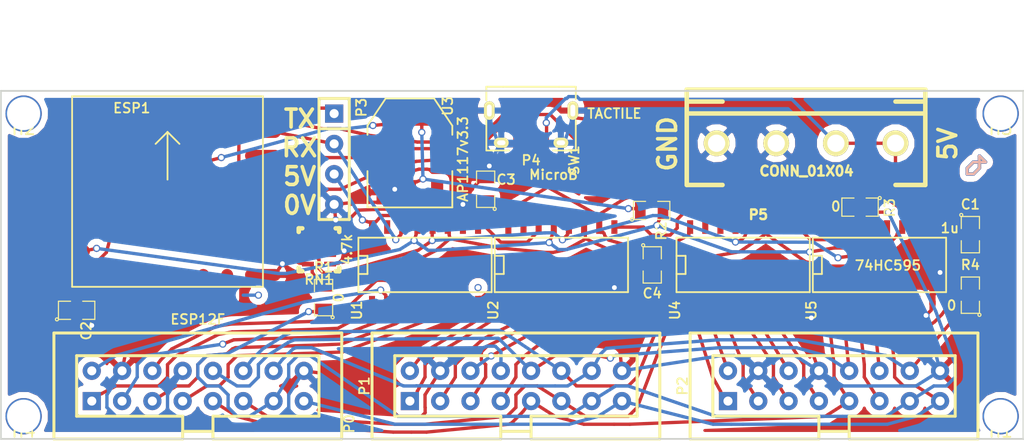
<source format=kicad_pcb>
(kicad_pcb (version 4) (host pcbnew 4.0.4+e1-6308~48~ubuntu16.04.1-stable)
  (layers (0 F.Cu signal) (31 B.Cu signal) (34 B.Paste user) (35 F.Paste user) (36 B.SilkS user) (37 F.SilkS user) (38 B.Mask user) (39 F.Mask user) (44 Edge.Cuts user))
  (net 0 "")
  (net 1 +5V)
  (net 2 GND)
  (net 3 +3V3)
  (net 4 OEX)
  (net 5 BCK)
  (net 6 WCK)
  (net 7 GPIO0)
  (net 8 D-)
  (net 9 SDI)
  (net 10 R0_0)
  (net 11 G0_0)
  (net 12 B0_0)
  (net 13 R1_0)
  (net 14 G1_0)
  (net 15 B1_0)
  (net 16 A)
  (net 17 B)
  (net 18 C)
  (net 19 D)
  (net 20 CLK)
  (net 21 STB)
  (net 22 OE)
  (net 23 R0_1)
  (net 24 G0_1)
  (net 25 B0_1)
  (net 26 R1_1)
  (net 27 G1_1)
  (net 28 B1_1)
  (net 29 R0_2)
  (net 30 G0_2)
  (net 31 B0_2)
  (net 32 R1_2)
  (net 33 G1_2)
  (net 34 B1_2)
  (net 35 ECLK)
  (net 36 ESTB)
  (net 37 "Net-(U1-Pad9)")
  (net 38 "Net-(U2-Pad9)")
  (net 39 "Net-(U4-Pad9)")
  (net 40 D+)
  (net 41 "Net-(ESP1-Pad22)")
  (module SM0805 (layer F.Cu) (at 151.13 88.9 270)
    (fp_text reference C1 (at -2.54 0 360) (layer F.SilkS) (effects (font (size 0.8128 0.8128))))
    (fp_text value 1u (at -0.55 1.72 360) (layer F.SilkS) (effects (font (size 0.8128 0.8128))))
    (pad 1 smd rect (at -0.9525 0 270) (size 0.889 1.397) (layers F.Cu F.Paste F.Mask) (net 1 +5V))
    (pad 2 smd rect (at 0.9525 0 270) (size 0.889 1.397) (layers F.Cu F.Paste F.Mask) (net 2 GND))
  )
  (module SM0805 (layer F.Cu) (at 76.2 95.25)
    (fp_text reference C2 (at 0.81 1.72 90) (layer F.SilkS) (effects (font (size 0.8128 0.8128))))
    (fp_text value 1u)
    (pad 1 smd rect (at -0.9525 0) (size 0.889 1.397) (layers F.Cu F.Paste F.Mask) (net 3 +3V3))
    (pad 2 smd rect (at 0.9525 0) (size 0.889 1.397) (layers F.Cu F.Paste F.Mask) (net 2 GND))
  )
  (module SM0805 (layer F.Cu) (at 110.49 85.09 90)
    (fp_text reference C3 (at 0.81 1.72 180) (layer F.SilkS) (effects (font (size 0.8128 0.8128))))
    (fp_text value 1u)
    (pad 1 smd rect (at -0.9525 0 90) (size 0.889 1.397) (layers F.Cu F.Paste F.Mask) (net 1 +5V))
    (pad 2 smd rect (at 0.9525 0 90) (size 0.889 1.397) (layers F.Cu F.Paste F.Mask) (net 2 GND))
  )
  (module SM0805 (layer F.Cu) (at 124.46 91.44 270)
    (fp_text reference C4 (at 2.3876 0 360) (layer F.SilkS) (effects (font (size 0.8128 0.8128))))
    (fp_text value 1u)
    (pad 1 smd rect (at -0.9525 0 270) (size 0.889 1.397) (layers F.Cu F.Paste F.Mask) (net 1 +5V))
    (pad 2 smd rect (at 0.9525 0 270) (size 0.889 1.397) (layers F.Cu F.Paste F.Mask) (net 2 GND))
  )
  (module ESP12E (layer F.Cu) (at 83.82 81.28)
    (fp_text reference ESP1 (at -3 -3) (layer F.SilkS) (effects (font (size 0.8128 0.8128))))
    (fp_text value ESP12F (at 2.54 14.732) (layer F.SilkS) (effects (font (size 0.8128 0.8128))))
    (pad 1 smd oval (at -8 -3) (size 3 1) (layers F.Cu F.Paste F.Mask) (net 3 +3V3))
    (pad 2 smd oval (at -8 -1) (size 3 1) (layers F.Cu F.Paste F.Mask))
    (pad 3 smd oval (at -8 1) (size 3 1) (layers F.Cu F.Paste F.Mask) (net 3 +3V3))
    (pad 4 smd oval (at -8 3) (size 3 1) (layers F.Cu F.Paste F.Mask))
    (pad 5 smd oval (at -8 5) (size 3 1) (layers F.Cu F.Paste F.Mask))
    (pad 6 smd oval (at -8 7) (size 3 1) (layers F.Cu F.Paste F.Mask))
    (pad 7 smd oval (at -8 9) (size 3 1) (layers F.Cu F.Paste F.Mask) (net 4 OEX))
    (pad 8 smd oval (at -8 11) (size 3 1) (layers F.Cu F.Paste F.Mask) (net 3 +3V3))
    (pad 9 smd oval (at -5 12 90) (size 3 1) (layers F.Cu F.Paste F.Mask))
    (pad 10 smd oval (at -3 12 90) (size 3 1) (layers F.Cu F.Paste F.Mask))
    (pad 11 smd oval (at -1 12 90) (size 3 1) (layers F.Cu F.Paste F.Mask))
    (pad 12 smd oval (at 1 12 90) (size 3 1) (layers F.Cu F.Paste F.Mask))
    (pad 13 smd oval (at 3 12 90) (size 3 1) (layers F.Cu F.Paste F.Mask))
    (pad 14 smd oval (at 5 12 90) (size 3 1) (layers F.Cu F.Paste F.Mask))
    (pad 15 smd oval (at 8 11 180) (size 3 1) (layers F.Cu F.Paste F.Mask) (net 2 GND))
    (pad 16 smd oval (at 8 9 180) (size 3 1) (layers F.Cu F.Paste F.Mask) (net 5 BCK))
    (pad 17 smd oval (at 8 7 180) (size 3 1) (layers F.Cu F.Paste F.Mask) (net 6 WCK))
    (pad 18 smd oval (at 8 5 180) (size 3 1) (layers F.Cu F.Paste F.Mask) (net 7 GPIO0))
    (pad 19 smd oval (at 8 3 180) (size 3 1) (layers F.Cu F.Paste F.Mask) (net 8 D-))
    (pad 20 smd oval (at 8 1 180) (size 3 1) (layers F.Cu F.Paste F.Mask) (net 40 D+))
    (pad 21 smd oval (at 8 -1 180) (size 3 1) (layers F.Cu F.Paste F.Mask) (net 9 SDI))
    (pad 22 smd oval (at 8 -3 180) (size 3 1) (layers F.Cu F.Paste F.Mask) (net 41 "Net-(ESP1-Pad22)"))
  )
  (module SM0805 (layer F.Cu) (at 96.9013 94.1857 90)
    (fp_text reference R1 (at 2.54 0 180) (layer F.SilkS) (effects (font (size 0.8128 0.8128))))
    (fp_text value 0 (at 0 1.27 270) (layer F.SilkS) (effects (font (size 0.8128 0.8128))))
    (pad 1 smd rect (at -0.9525 0 90) (size 0.889 1.397) (layers F.Cu F.Paste F.Mask) (net 20 CLK))
    (pad 2 smd rect (at 0.9525 0 90) (size 0.889 1.397) (layers F.Cu F.Paste F.Mask) (net 5 BCK))
  )
  (module SM0805 (layer F.Cu) (at 124.409 86.868)
    (fp_text reference R2 (at 0.81 1.72 90) (layer F.SilkS) (effects (font (size 0.8128 0.8128))))
    (fp_text value 10k)
    (pad 1 smd rect (at -0.9525 0) (size 0.889 1.397) (layers F.Cu F.Paste F.Mask) (net 3 +3V3))
    (pad 2 smd rect (at 0.9525 0) (size 0.889 1.397) (layers F.Cu F.Paste F.Mask) (net 4 OEX))
  )
  (module SM0805 (layer F.Cu) (at 141.8808 86.5897 180)
    (fp_text reference R3 (at -2.4892 -0.0508 270) (layer F.SilkS) (effects (font (size 0.8128 0.8128))))
    (fp_text value 0 (at 2.032 0.0508 360) (layer F.SilkS) (effects (font (size 0.8128 0.8128))))
    (pad 1 smd rect (at -0.9525 0 180) (size 0.889 1.397) (layers F.Cu F.Paste F.Mask) (net 20 CLK))
    (pad 2 smd rect (at 0.9525 0 180) (size 0.889 1.397) (layers F.Cu F.Paste F.Mask) (net 35 ECLK))
  )
  (module SM0805 (layer F.Cu) (at 151.13 93.98 90)
    (fp_text reference R4 (at 2.54 0 180) (layer F.SilkS) (effects (font (size 0.8128 0.8128))))
    (fp_text value 0 (at -0.8636 -1.5748 180) (layer F.SilkS) (effects (font (size 0.8128 0.8128))))
    (pad 1 smd rect (at -0.9525 0 90) (size 0.889 1.397) (layers F.Cu F.Paste F.Mask) (net 21 STB))
    (pad 2 smd rect (at 0.9525 0 90) (size 0.889 1.397) (layers F.Cu F.Paste F.Mask) (net 36 ESTB))
  )
  (module NETWORK1206 (layer F.Cu) (at 96.52 90.17 270)
    (fp_text reference RN1 (at 2.5 0 360) (layer F.SilkS) (effects (font (size 0.8128 0.8128))))
    (fp_text value 4.7k (at -0.033 -2.356 270) (layer F.SilkS) (effects (font (size 0.8128 0.8128))))
    (pad 1 smd rect (at -1.2 0.93 270) (size 0.4 1) (layers F.Cu F.Paste F.Mask) (net 8 D-))
    (pad 2 smd rect (at -0.4 0.93 270) (size 0.4 1) (layers F.Cu F.Paste F.Mask) (net 7 GPIO0))
    (pad 3 smd rect (at 0.4 0.93 270) (size 0.4 1) (layers F.Cu F.Paste F.Mask) (net 6 WCK))
    (pad 4 smd rect (at 1.2 0.93 270) (size 0.4 1) (layers F.Cu F.Paste F.Mask) (net 5 BCK))
    (pad 5 smd rect (at 1.2 -0.93 270) (size 0.4 1) (layers F.Cu F.Paste F.Mask) (net 2 GND))
    (pad 6 smd rect (at 0.4 -0.93 270) (size 0.4 1) (layers F.Cu F.Paste F.Mask) (net 3 +3V3))
    (pad 7 smd rect (at -0.4 -0.93 270) (size 0.4 1) (layers F.Cu F.Paste F.Mask) (net 3 +3V3))
    (pad 8 smd rect (at -1.2 -0.93 270) (size 0.4 1) (layers F.Cu F.Paste F.Mask) (net 3 +3V3))
  )
  (module TACTILE (layer F.Cu) (at 121.2031 82.55 90)
    (fp_text reference SW1 (at -0.1 -3.3 90) (layer F.SilkS) (effects (font (size 0.8128 0.8128))))
    (fp_text value TACTILE (at 3.81 0.0819 180) (layer F.SilkS) (effects (font (size 0.8128 0.8128))))
    (pad 1 smd rect (at -2.1 -1.9 90) (size 1 0.9) (layers F.Cu F.Paste F.Mask) (net 7 GPIO0))
    (pad 2 smd rect (at 2.2 -1.9 90) (size 1 0.9) (layers F.Cu F.Paste F.Mask))
    (pad 3 smd rect (at -2.1 1.8 90) (size 1 0.9) (layers F.Cu F.Paste F.Mask))
    (pad 4 smd rect (at 2.2 1.8 90) (size 1 0.9) (layers F.Cu F.Paste F.Mask) (net 2 GND))
  )
  (module SO-16-N (layer F.Cu) (at 105.41 91.44)
    (fp_text reference U1 (at -5.715 3.81 90) (layer F.SilkS) (effects (font (size 0.8128 0.8128))))
    (fp_text value 74HC595)
    (pad 16 smd rect (at -4.445 -3.175) (size 0.508 1.143) (layers F.Cu F.Paste F.Mask) (net 1 +5V))
    (pad 14 smd rect (at -1.905 -3.175) (size 0.508 1.143) (layers F.Cu F.Paste F.Mask) (net 9 SDI))
    (pad 13 smd rect (at -0.635 -3.175) (size 0.508 1.143) (layers F.Cu F.Paste F.Mask) (net 4 OEX))
    (pad 12 smd rect (at 0.635 -3.175) (size 0.508 1.143) (layers F.Cu F.Paste F.Mask) (net 6 WCK))
    (pad 11 smd rect (at 1.905 -3.175) (size 0.508 1.143) (layers F.Cu F.Paste F.Mask) (net 5 BCK))
    (pad 10 smd rect (at 3.175 -3.175) (size 0.508 1.143) (layers F.Cu F.Paste F.Mask) (net 1 +5V))
    (pad 9 smd rect (at 4.445 -3.175) (size 0.508 1.143) (layers F.Cu F.Paste F.Mask) (net 37 "Net-(U1-Pad9)"))
    (pad 8 smd rect (at 4.445 3.175) (size 0.508 1.143) (layers F.Cu F.Paste F.Mask) (net 2 GND))
    (pad 7 smd rect (at 3.175 3.175) (size 0.508 1.143) (layers F.Cu F.Paste F.Mask))
    (pad 6 smd rect (at 1.905 3.175) (size 0.508 1.143) (layers F.Cu F.Paste F.Mask) (net 15 B1_0))
    (pad 5 smd rect (at 0.635 3.175) (size 0.508 1.143) (layers F.Cu F.Paste F.Mask) (net 14 G1_0))
    (pad 4 smd rect (at -0.635 3.175) (size 0.508 1.143) (layers F.Cu F.Paste F.Mask) (net 13 R1_0))
    (pad 3 smd rect (at -1.905 3.175) (size 0.508 1.143) (layers F.Cu F.Paste F.Mask) (net 12 B0_0))
    (pad 2 smd rect (at -3.175 3.175) (size 0.508 1.143) (layers F.Cu F.Paste F.Mask) (net 11 G0_0))
    (pad 1 smd rect (at -4.445 3.175) (size 0.508 1.143) (layers F.Cu F.Paste F.Mask) (net 10 R0_0))
    (pad 15 smd rect (at -3.175 -3.175) (size 0.508 1.143) (layers F.Cu F.Paste F.Mask))
  )
  (module SO-16-N (layer F.Cu) (at 116.84 91.44)
    (fp_text reference U2 (at -5.715 3.81 90) (layer F.SilkS) (effects (font (size 0.8128 0.8128))))
    (fp_text value 74HC595)
    (pad 16 smd rect (at -4.445 -3.175) (size 0.508 1.143) (layers F.Cu F.Paste F.Mask) (net 1 +5V))
    (pad 14 smd rect (at -1.905 -3.175) (size 0.508 1.143) (layers F.Cu F.Paste F.Mask) (net 37 "Net-(U1-Pad9)"))
    (pad 13 smd rect (at -0.635 -3.175) (size 0.508 1.143) (layers F.Cu F.Paste F.Mask) (net 4 OEX))
    (pad 12 smd rect (at 0.635 -3.175) (size 0.508 1.143) (layers F.Cu F.Paste F.Mask) (net 6 WCK))
    (pad 11 smd rect (at 1.905 -3.175) (size 0.508 1.143) (layers F.Cu F.Paste F.Mask) (net 5 BCK))
    (pad 10 smd rect (at 3.175 -3.175) (size 0.508 1.143) (layers F.Cu F.Paste F.Mask) (net 1 +5V))
    (pad 9 smd rect (at 4.445 -3.175) (size 0.508 1.143) (layers F.Cu F.Paste F.Mask) (net 38 "Net-(U2-Pad9)"))
    (pad 8 smd rect (at 4.445 3.175) (size 0.508 1.143) (layers F.Cu F.Paste F.Mask) (net 2 GND))
    (pad 7 smd rect (at 3.175 3.175) (size 0.508 1.143) (layers F.Cu F.Paste F.Mask))
    (pad 6 smd rect (at 1.905 3.175) (size 0.508 1.143) (layers F.Cu F.Paste F.Mask) (net 28 B1_1))
    (pad 5 smd rect (at 0.635 3.175) (size 0.508 1.143) (layers F.Cu F.Paste F.Mask) (net 27 G1_1))
    (pad 4 smd rect (at -0.635 3.175) (size 0.508 1.143) (layers F.Cu F.Paste F.Mask) (net 26 R1_1))
    (pad 3 smd rect (at -1.905 3.175) (size 0.508 1.143) (layers F.Cu F.Paste F.Mask) (net 25 B0_1))
    (pad 2 smd rect (at -3.175 3.175) (size 0.508 1.143) (layers F.Cu F.Paste F.Mask) (net 24 G0_1))
    (pad 1 smd rect (at -4.445 3.175) (size 0.508 1.143) (layers F.Cu F.Paste F.Mask) (net 23 R0_1))
    (pad 15 smd rect (at -3.175 -3.175) (size 0.508 1.143) (layers F.Cu F.Paste F.Mask))
  )
  (module SO-16-N (layer F.Cu) (at 132.08 91.44)
    (fp_text reference U4 (at -5.715 3.81 90) (layer F.SilkS) (effects (font (size 0.8128 0.8128))))
    (fp_text value 74HC595)
    (pad 16 smd rect (at -4.445 -3.175) (size 0.508 1.143) (layers F.Cu F.Paste F.Mask) (net 1 +5V))
    (pad 14 smd rect (at -1.905 -3.175) (size 0.508 1.143) (layers F.Cu F.Paste F.Mask) (net 38 "Net-(U2-Pad9)"))
    (pad 13 smd rect (at -0.635 -3.175) (size 0.508 1.143) (layers F.Cu F.Paste F.Mask) (net 4 OEX))
    (pad 12 smd rect (at 0.635 -3.175) (size 0.508 1.143) (layers F.Cu F.Paste F.Mask) (net 6 WCK))
    (pad 11 smd rect (at 1.905 -3.175) (size 0.508 1.143) (layers F.Cu F.Paste F.Mask) (net 5 BCK))
    (pad 10 smd rect (at 3.175 -3.175) (size 0.508 1.143) (layers F.Cu F.Paste F.Mask) (net 1 +5V))
    (pad 9 smd rect (at 4.445 -3.175) (size 0.508 1.143) (layers F.Cu F.Paste F.Mask) (net 39 "Net-(U4-Pad9)"))
    (pad 8 smd rect (at 4.445 3.175) (size 0.508 1.143) (layers F.Cu F.Paste F.Mask) (net 2 GND))
    (pad 7 smd rect (at 3.175 3.175) (size 0.508 1.143) (layers F.Cu F.Paste F.Mask))
    (pad 6 smd rect (at 1.905 3.175) (size 0.508 1.143) (layers F.Cu F.Paste F.Mask) (net 34 B1_2))
    (pad 5 smd rect (at 0.635 3.175) (size 0.508 1.143) (layers F.Cu F.Paste F.Mask) (net 33 G1_2))
    (pad 4 smd rect (at -0.635 3.175) (size 0.508 1.143) (layers F.Cu F.Paste F.Mask) (net 32 R1_2))
    (pad 3 smd rect (at -1.905 3.175) (size 0.508 1.143) (layers F.Cu F.Paste F.Mask) (net 31 B0_2))
    (pad 2 smd rect (at -3.175 3.175) (size 0.508 1.143) (layers F.Cu F.Paste F.Mask) (net 30 G0_2))
    (pad 1 smd rect (at -4.445 3.175) (size 0.508 1.143) (layers F.Cu F.Paste F.Mask) (net 29 R0_2))
    (pad 15 smd rect (at -3.175 -3.175) (size 0.508 1.143) (layers F.Cu F.Paste F.Mask))
  )
  (module SO-16-N (layer F.Cu) (at 143.51 91.44)
    (fp_text reference U5 (at -5.715 3.81 90) (layer F.SilkS) (effects (font (size 0.8128 0.8128))))
    (fp_text value 74HC595 (at 0.7112 0.0508) (layer F.SilkS) (effects (font (size 0.8128 0.8128))))
    (pad 16 smd rect (at -4.445 -3.175) (size 0.508 1.143) (layers F.Cu F.Paste F.Mask) (net 1 +5V))
    (pad 14 smd rect (at -1.905 -3.175) (size 0.508 1.143) (layers F.Cu F.Paste F.Mask) (net 39 "Net-(U4-Pad9)"))
    (pad 13 smd rect (at -0.635 -3.175) (size 0.508 1.143) (layers F.Cu F.Paste F.Mask) (net 4 OEX))
    (pad 12 smd rect (at 0.635 -3.175) (size 0.508 1.143) (layers F.Cu F.Paste F.Mask) (net 6 WCK))
    (pad 11 smd rect (at 1.905 -3.175) (size 0.508 1.143) (layers F.Cu F.Paste F.Mask) (net 5 BCK))
    (pad 10 smd rect (at 3.175 -3.175) (size 0.508 1.143) (layers F.Cu F.Paste F.Mask) (net 1 +5V))
    (pad 9 smd rect (at 4.445 -3.175) (size 0.508 1.143) (layers F.Cu F.Paste F.Mask))
    (pad 8 smd rect (at 4.445 3.175) (size 0.508 1.143) (layers F.Cu F.Paste F.Mask) (net 2 GND))
    (pad 7 smd rect (at 3.175 3.175) (size 0.508 1.143) (layers F.Cu F.Paste F.Mask))
    (pad 6 smd rect (at 1.905 3.175) (size 0.508 1.143) (layers F.Cu F.Paste F.Mask) (net 36 ESTB))
    (pad 5 smd rect (at 0.635 3.175) (size 0.508 1.143) (layers F.Cu F.Paste F.Mask) (net 22 OE))
    (pad 4 smd rect (at -0.635 3.175) (size 0.508 1.143) (layers F.Cu F.Paste F.Mask) (net 19 D))
    (pad 3 smd rect (at -1.905 3.175) (size 0.508 1.143) (layers F.Cu F.Paste F.Mask) (net 18 C))
    (pad 2 smd rect (at -3.175 3.175) (size 0.508 1.143) (layers F.Cu F.Paste F.Mask) (net 17 B))
    (pad 1 smd rect (at -4.445 3.175) (size 0.508 1.143) (layers F.Cu F.Paste F.Mask) (net 16 A))
    (pad 15 smd rect (at -3.175 -3.175) (size 0.508 1.143) (layers F.Cu F.Paste F.Mask) (net 35 ECLK))
  )
  (module SOT-223 (layer F.Cu) (at 104.14 82.042)
    (fp_text reference U3 (at 3.175 -3.937 90) (layer F.SilkS) (effects (font (size 0.8128 0.8128))))
    (fp_text value AP1117v3.3 (at 4.445 0.508 90) (layer F.SilkS) (effects (font (size 0.8128 0.8128))))
    (pad 4 smd rect (at 0 -3.302) (size 3.6576 2.032) (layers F.Cu F.Paste F.Mask) (net 3 +3V3))
    (pad 2 smd rect (at 0 3.302) (size 1.016 2.032) (layers F.Cu F.Paste F.Mask) (net 3 +3V3))
    (pad 3 smd rect (at 2.286 3.302) (size 1.016 2.032) (layers F.Cu F.Paste F.Mask) (net 1 +5V))
    (pad 1 smd rect (at -2.286 3.302) (size 1.016 2.032) (layers F.Cu F.Paste F.Mask) (net 2 GND))
  )
  (module RECT_20x2 (layer F.Cu) (at 86.36 101.6)
    (fp_text reference P0 (at 12.7 3.175 270) (layer F.SilkS) (effects (font (size 0.8128 0.8128))))
    (fp_text value RGB_OUT)
    (pad 1 thru_hole rect (at -8.89 1.27) (size 1.524 1.524) (drill 0.762) (layers *.Cu *.Mask) (net 10 R0_0))
    (pad 2 thru_hole circle (at -8.89 -1.27) (size 1.524 1.524) (drill 0.762) (layers *.Cu *.Mask) (net 11 G0_0))
    (pad 3 thru_hole circle (at -6.35 1.27) (size 1.524 1.524) (drill 0.762) (layers *.Cu *.Mask) (net 12 B0_0))
    (pad 4 thru_hole circle (at -6.35 -1.27) (size 1.524 1.524) (drill 0.762) (layers *.Cu *.Mask) (net 2 GND))
    (pad 5 thru_hole circle (at -3.81 1.27) (size 1.524 1.524) (drill 0.762) (layers *.Cu *.Mask) (net 13 R1_0))
    (pad 6 thru_hole circle (at -3.81 -1.27) (size 1.524 1.524) (drill 0.762) (layers *.Cu *.Mask) (net 14 G1_0))
    (pad 7 thru_hole circle (at -1.27 1.27) (size 1.524 1.524) (drill 0.762) (layers *.Cu *.Mask) (net 15 B1_0))
    (pad 8 thru_hole circle (at -1.27 -1.27) (size 1.524 1.524) (drill 0.762) (layers *.Cu *.Mask) (net 2 GND))
    (pad 9 thru_hole circle (at 1.27 1.27) (size 1.524 1.524) (drill 0.762) (layers *.Cu *.Mask) (net 16 A))
    (pad 10 thru_hole circle (at 1.27 -1.27) (size 1.524 1.524) (drill 0.762) (layers *.Cu *.Mask) (net 17 B))
    (pad 11 thru_hole circle (at 3.81 1.27) (size 1.524 1.524) (drill 0.762) (layers *.Cu *.Mask) (net 18 C))
    (pad 12 thru_hole circle (at 3.81 -1.27) (size 1.524 1.524) (drill 0.762) (layers *.Cu *.Mask) (net 19 D))
    (pad 13 thru_hole circle (at 6.35 1.27) (size 1.524 1.524) (drill 0.762) (layers *.Cu *.Mask) (net 20 CLK))
    (pad 14 thru_hole circle (at 6.35 -1.27) (size 1.524 1.524) (drill 0.762) (layers *.Cu *.Mask) (net 21 STB))
    (pad 15 thru_hole circle (at 8.89 1.27) (size 1.524 1.524) (drill 0.762) (layers *.Cu *.Mask) (net 22 OE))
    (pad 16 thru_hole circle (at 8.89 -1.27) (size 1.524 1.524) (drill 0.762) (layers *.Cu *.Mask) (net 2 GND))
  )
  (module RECT_20x2 (layer F.Cu) (at 113.03 101.6)
    (fp_text reference P1 (at -12.7 0 90) (layer F.SilkS) (effects (font (size 0.8128 0.8128))))
    (fp_text value RGB_OUT)
    (pad 1 thru_hole rect (at -8.89 1.27) (size 1.524 1.524) (drill 0.762) (layers *.Cu *.Mask) (net 23 R0_1))
    (pad 2 thru_hole circle (at -8.89 -1.27) (size 1.524 1.524) (drill 0.762) (layers *.Cu *.Mask) (net 24 G0_1))
    (pad 3 thru_hole circle (at -6.35 1.27) (size 1.524 1.524) (drill 0.762) (layers *.Cu *.Mask) (net 25 B0_1))
    (pad 4 thru_hole circle (at -6.35 -1.27) (size 1.524 1.524) (drill 0.762) (layers *.Cu *.Mask) (net 2 GND))
    (pad 5 thru_hole circle (at -3.81 1.27) (size 1.524 1.524) (drill 0.762) (layers *.Cu *.Mask) (net 26 R1_1))
    (pad 6 thru_hole circle (at -3.81 -1.27) (size 1.524 1.524) (drill 0.762) (layers *.Cu *.Mask) (net 27 G1_1))
    (pad 7 thru_hole circle (at -1.27 1.27) (size 1.524 1.524) (drill 0.762) (layers *.Cu *.Mask) (net 28 B1_1))
    (pad 8 thru_hole circle (at -1.27 -1.27) (size 1.524 1.524) (drill 0.762) (layers *.Cu *.Mask) (net 2 GND))
    (pad 9 thru_hole circle (at 1.27 1.27) (size 1.524 1.524) (drill 0.762) (layers *.Cu *.Mask) (net 16 A))
    (pad 10 thru_hole circle (at 1.27 -1.27) (size 1.524 1.524) (drill 0.762) (layers *.Cu *.Mask) (net 17 B))
    (pad 11 thru_hole circle (at 3.81 1.27) (size 1.524 1.524) (drill 0.762) (layers *.Cu *.Mask) (net 18 C))
    (pad 12 thru_hole circle (at 3.81 -1.27) (size 1.524 1.524) (drill 0.762) (layers *.Cu *.Mask) (net 19 D))
    (pad 13 thru_hole circle (at 6.35 1.27) (size 1.524 1.524) (drill 0.762) (layers *.Cu *.Mask) (net 20 CLK))
    (pad 14 thru_hole circle (at 6.35 -1.27) (size 1.524 1.524) (drill 0.762) (layers *.Cu *.Mask) (net 21 STB))
    (pad 15 thru_hole circle (at 8.89 1.27) (size 1.524 1.524) (drill 0.762) (layers *.Cu *.Mask) (net 22 OE))
    (pad 16 thru_hole circle (at 8.89 -1.27) (size 1.524 1.524) (drill 0.762) (layers *.Cu *.Mask) (net 2 GND))
  )
  (module RECT_20x2 (layer F.Cu) (at 139.7 101.6)
    (fp_text reference P2 (at -12.7 0 90) (layer F.SilkS) (effects (font (size 0.8128 0.8128))))
    (fp_text value RGB_OUT)
    (pad 1 thru_hole rect (at -8.89 1.27) (size 1.524 1.524) (drill 0.762) (layers *.Cu *.Mask) (net 29 R0_2))
    (pad 2 thru_hole circle (at -8.89 -1.27) (size 1.524 1.524) (drill 0.762) (layers *.Cu *.Mask) (net 30 G0_2))
    (pad 3 thru_hole circle (at -6.35 1.27) (size 1.524 1.524) (drill 0.762) (layers *.Cu *.Mask) (net 31 B0_2))
    (pad 4 thru_hole circle (at -6.35 -1.27) (size 1.524 1.524) (drill 0.762) (layers *.Cu *.Mask) (net 2 GND))
    (pad 5 thru_hole circle (at -3.81 1.27) (size 1.524 1.524) (drill 0.762) (layers *.Cu *.Mask) (net 32 R1_2))
    (pad 6 thru_hole circle (at -3.81 -1.27) (size 1.524 1.524) (drill 0.762) (layers *.Cu *.Mask) (net 33 G1_2))
    (pad 7 thru_hole circle (at -1.27 1.27) (size 1.524 1.524) (drill 0.762) (layers *.Cu *.Mask) (net 34 B1_2))
    (pad 8 thru_hole circle (at -1.27 -1.27) (size 1.524 1.524) (drill 0.762) (layers *.Cu *.Mask) (net 2 GND))
    (pad 9 thru_hole circle (at 1.27 1.27) (size 1.524 1.524) (drill 0.762) (layers *.Cu *.Mask) (net 16 A))
    (pad 10 thru_hole circle (at 1.27 -1.27) (size 1.524 1.524) (drill 0.762) (layers *.Cu *.Mask) (net 17 B))
    (pad 11 thru_hole circle (at 3.81 1.27) (size 1.524 1.524) (drill 0.762) (layers *.Cu *.Mask) (net 18 C))
    (pad 12 thru_hole circle (at 3.81 -1.27) (size 1.524 1.524) (drill 0.762) (layers *.Cu *.Mask) (net 19 D))
    (pad 13 thru_hole circle (at 6.35 1.27) (size 1.524 1.524) (drill 0.762) (layers *.Cu *.Mask) (net 20 CLK))
    (pad 14 thru_hole circle (at 6.35 -1.27) (size 1.524 1.524) (drill 0.762) (layers *.Cu *.Mask) (net 21 STB))
    (pad 15 thru_hole circle (at 8.89 1.27) (size 1.524 1.524) (drill 0.762) (layers *.Cu *.Mask) (net 22 OE))
    (pad 16 thru_hole circle (at 8.89 -1.27) (size 1.524 1.524) (drill 0.762) (layers *.Cu *.Mask) (net 2 GND))
  )
  (module USBMicroB-10118194-0001LF (layer F.Cu) (at 114.3 78.486 180)
    (fp_text reference P4 (at -0.00254 -4.17322 180) (layer F.SilkS) (effects (font (size 0.8128 0.8128))))
    (fp_text value MicroB (at -1.8796 -5.3848 360) (layer F.SilkS) (effects (font (size 0.8128 0.8128))))
    (pad 1 smd rect (at -1.3 -2.7 180) (size 0.39 1.35) (layers F.Cu F.Paste F.Mask) (net 1 +5V))
    (pad 2 smd rect (at -0.65 -2.7 180) (size 0.39 1.35) (layers F.Cu F.Paste F.Mask) (net 8 D-))
    (pad 3 smd rect (at 0 -2.7 180) (size 0.39 1.35) (layers F.Cu F.Paste F.Mask) (net 40 D+))
    (pad 4 smd rect (at 0.65 -2.7 180) (size 0.39 1.35) (layers F.Cu F.Paste F.Mask))
    (pad 5 smd rect (at 1.3 -2.7 180) (size 0.39 1.35) (layers F.Cu F.Paste F.Mask) (net 2 GND))
    (pad 6 thru_hole oval (at 3.5 0 180) (size 0.9 1.56) (drill oval 0.4 1) (layers *.Cu *.Mask F.SilkS) (net 2 GND))
    (pad 7 thru_hole oval (at -3.5 0 180) (size 0.9 1.56) (drill oval 0.4 1) (layers *.Cu *.Mask F.SilkS) (net 2 GND))
    (pad 8 thru_hole oval (at 2.5 -2.7 180) (size 1.25 0.85) (drill oval 0.7 0.4) (layers *.Cu *.Mask F.SilkS) (net 2 GND))
    (pad 9 thru_hole oval (at -2.5 -2.7 180) (size 1.25 0.85) (drill oval 0.7 0.4) (layers *.Cu *.Mask F.SilkS) (net 2 GND))
  )
  (module RECT_4x1 (layer F.Cu) (at 97.79 82.55 270)
    (fp_text reference P3 (at -4.318 -2.286 450) (layer F.SilkS) (effects (font (size 0.8128 0.8128))))
    (fp_text value CONN_01X04)
    (pad 1 thru_hole rect (at -3.81 0 270) (size 1.524 1.524) (drill 0.762) (layers *.Cu *.Mask) (net 41 "Net-(ESP1-Pad22)"))
    (pad 2 thru_hole circle (at -1.27 0 270) (size 1.524 1.524) (drill 0.762) (layers *.Cu *.Mask) (net 9 SDI))
    (pad 3 thru_hole circle (at 1.27 0 270) (size 1.524 1.524) (drill 0.762) (layers *.Cu *.Mask) (net 1 +5V))
    (pad 4 thru_hole circle (at 3.81 0 270) (size 1.524 1.524) (drill 0.762) (layers *.Cu *.Mask) (net 2 GND))
  )
  (module SMTPIN (layer F.Cu) (at 153.67 104.14)
    (fp_text reference H1 (at 0 1.27) (layer F.SilkS))
    (fp_text value MH)
    (pad 1 thru_hole circle (at 0 0) (size 3.048 3.048) (drill 2.778125) (layers *.Cu *.Mask))
  )
  (module SMTPIN (layer F.Cu) (at 71.755 78.74)
    (fp_text reference H2 (at 0 1.27) (layer F.SilkS))
    (fp_text value MH)
    (pad 1 thru_hole circle (at 0 0) (size 3.048 3.048) (drill 2.778125) (layers *.Cu *.Mask))
  )
  (module SMTPIN (layer F.Cu) (at 153.67 78.74)
    (fp_text reference H3 (at 0 1.27) (layer F.SilkS))
    (fp_text value MH)
    (pad 1 thru_hole circle (at 0 0) (size 3.048 3.048) (drill 2.778125) (layers *.Cu *.Mask))
  )
  (module SMTPIN (layer F.Cu) (at 71.755 104.14)
    (fp_text reference H4 (at 0 1.27) (layer F.SilkS))
    (fp_text value MH)
    (pad 1 thru_hole circle (at 0 0) (size 3.048 3.048) (drill 2.778125) (layers *.Cu *.Mask))
  )
  (module PHOENIX1933202 (layer F.Cu) (at 137.3524 81.2292 180)
    (fp_text reference P5 (at 4 -6 180) (layer F.SilkS) (effects (font (size 0.8128 0.8128) (thickness 0.2032))))
    (fp_text value CONN_01X04 (at -0.04 -2.3368 180) (layer F.SilkS) (effects (font (size 0.8128 0.8128) (thickness 0.2032))))
    (pad 1 thru_hole circle (at -7.5 0 180) (size 2.159 2.159) (drill 1.4478) (layers *.Cu *.Mask F.SilkS) (net 1 +5V))
    (pad 2 thru_hole circle (at -2.5 0 180) (size 2.159 2.159) (drill 1.4478) (layers *.Cu *.Mask F.SilkS) (net 1 +5V))
    (pad 3 thru_hole circle (at 2.5 0 180) (size 2.159 2.159) (drill 1.4478) (layers *.Cu *.Mask F.SilkS) (net 2 GND))
    (pad 4 thru_hole circle (at 7.5 0 180) (size 2.159 2.159) (drill 1.4478) (layers *.Cu *.Mask F.SilkS) (net 2 GND))
  )
  (gr_line (start 151.384 82.804) (end 152.4 82.804) (angle 90) (layer F.SilkS) (width 0.2))
  (gr_line (start 150.876 83.312) (end 151.384 82.804) (angle 90) (layer F.SilkS) (width 0.2))
  (gr_line (start 150.876 83.82) (end 150.876 83.312) (angle 90) (layer F.SilkS) (width 0.2))
  (gr_line (start 151.384 83.82) (end 150.876 83.82) (angle 90) (layer F.SilkS) (width 0.2))
  (gr_line (start 151.892 83.312) (end 151.384 83.82) (angle 90) (layer F.SilkS) (width 0.2))
  (gr_line (start 151.892 82.296) (end 151.892 83.312) (angle 90) (layer F.SilkS) (width 0.2))
  (gr_line (start 152.4 82.804) (end 151.892 82.296) (angle 90) (layer F.SilkS) (width 0.2))
  (gr_line (start 151.384 82.804) (end 152.4 82.804) (angle 90) (layer B.SilkS) (width 0.2))
  (gr_line (start 150.876 83.312) (end 151.384 82.804) (angle 90) (layer B.SilkS) (width 0.2))
  (gr_line (start 150.876 83.82) (end 150.876 83.312) (angle 90) (layer B.SilkS) (width 0.2))
  (gr_line (start 151.384 83.82) (end 150.876 83.82) (angle 90) (layer B.SilkS) (width 0.2))
  (gr_line (start 151.892 83.312) (end 151.384 83.82) (angle 90) (layer B.SilkS) (width 0.2))
  (gr_line (start 151.892 82.296) (end 151.892 83.312) (angle 90) (layer B.SilkS) (width 0.2))
  (gr_line (start 152.4 82.804) (end 151.892 82.296) (angle 90) (layer B.SilkS) (width 0.2))
  (gr_text 5V (at 149.225 81.28 90) (layer F.SilkS) (effects (font (size 1.5 1.5) (thickness 0.3))))
  (gr_text GND (at 125.73 81.28 90) (layer F.SilkS) (effects (font (size 1.5 1.5) (thickness 0.3))))
  (gr_text "TX\nRX\n5V\n0V" (at 94.8944 82.804) (layer F.SilkS) (effects (font (size 1.5 1.5) (thickness 0.3))))
  (gr_line (start 69.85 106.045) (end 69.85 76.835) (layer Edge.Cuts) (width 0.15))
  (gr_line (start 155.575 106.045) (end 69.85 106.045) (layer Edge.Cuts) (width 0.15))
  (gr_line (start 155.575 76.835) (end 155.575 106.045) (layer Edge.Cuts) (width 0.15))
  (gr_line (start 113.665 76.835) (end 155.575 76.835) (layer Edge.Cuts) (width 0.15))
  (gr_line (start 69.85 76.835) (end 113.665 76.835) (layer Edge.Cuts) (width 0.15))
  (segment (start 150.876 83.82) (end 150.876 83.312) (width 0.2794) (layer B.Cu) (net 0))
  (segment (start 151.384 83.82) (end 150.876 83.82) (width 0.2794) (layer B.Cu) (net 0))
  (segment (start 151.892 83.312) (end 151.384 83.82) (width 0.2794) (layer B.Cu) (net 0))
  (segment (start 151.892 82.804) (end 151.892 83.312) (width 0.2794) (layer B.Cu) (net 0))
  (segment (start 151.384 82.804) (end 151.892 82.804) (width 0.2794) (layer B.Cu) (net 0))
  (segment (start 150.876 83.312) (end 151.384 82.804) (width 0.2794) (layer B.Cu) (net 0))
  (segment (start 151.892 82.804) (end 151.892 82.296) (width 0.2794) (layer B.Cu) (net 0))
  (segment (start 151.892 82.296) (end 152.4 82.804) (width 0.2794) (layer B.Cu) (net 0))
  (segment (start 152.4 82.804) (end 151.892 82.804) (width 0.2794) (layer B.Cu) (net 0))
  (via (at 109.855 93.345) (size 0.6) (drill 0.4) (layers F.Cu B.Cu) (net 0))
  (segment (start 90.17 93.98) (end 91.44 93.98) (width 0.2794) (layer B.Cu) (net 0))
  (via (at 91.44 93.98) (size 0.6) (drill 0.4) (layers F.Cu B.Cu) (net 0))
  (segment (start 150.876 83.82) (end 150.876 83.312) (width 0.2794) (layer F.Cu) (net 0))
  (segment (start 151.384 83.82) (end 150.876 83.82) (width 0.2794) (layer F.Cu) (net 0))
  (segment (start 151.892 83.312) (end 151.384 83.82) (width 0.2794) (layer F.Cu) (net 0))
  (segment (start 151.892 82.804) (end 151.892 83.312) (width 0.2794) (layer F.Cu) (net 0))
  (segment (start 151.384 82.804) (end 151.892 82.804) (width 0.2794) (layer F.Cu) (net 0))
  (segment (start 150.876 83.312) (end 151.384 82.804) (width 0.2794) (layer F.Cu) (net 0))
  (segment (start 151.892 82.804) (end 151.892 82.296) (width 0.2794) (layer F.Cu) (net 0))
  (segment (start 151.892 82.296) (end 152.4 82.804) (width 0.2794) (layer F.Cu) (net 0))
  (segment (start 152.4 82.804) (end 151.892 82.804) (width 0.2794) (layer F.Cu) (net 0))
  (segment (start 139.8524 81.2292) (end 136.168478 77.545278) (width 0.2794) (layer B.Cu) (net 1))
  (segment (start 136.168478 77.545278) (end 118.382464 77.545278) (width 0.2794) (layer B.Cu) (net 1))
  (segment (start 117.19406 77.46857) (end 115.576533 79.086097) (width 0.2794) (layer B.Cu) (net 1))
  (segment (start 118.382464 77.545278) (end 118.149476 77.31229) (width 0.2794) (layer B.Cu) (net 1))
  (segment (start 118.149476 77.31229) (end 117.450524 77.31229) (width 0.2794) (layer B.Cu) (net 1))
  (segment (start 117.450524 77.31229) (end 117.294244 77.46857) (width 0.2794) (layer B.Cu) (net 1))
  (segment (start 117.294244 77.46857) (end 117.19406 77.46857) (width 0.2794) (layer B.Cu) (net 1))
  (segment (start 115.576533 79.086097) (end 115.576533 79.510361) (width 0.2794) (layer B.Cu) (net 1))
  (segment (start 144.5831 86.1916) (end 143.5608 85.421123) (width 0.2794) (layer F.Cu) (net 1))
  (segment (start 143.5608 85.421123) (end 143.4935 85.3704) (width 0.2794) (layer F.Cu) (net 1))
  (segment (start 144.8524 81.2292) (end 144.8524 84.129523) (width 0.2794) (layer F.Cu) (net 1))
  (segment (start 144.8524 84.129523) (end 143.5608 85.421123) (width 0.2794) (layer F.Cu) (net 1))
  (segment (start 144.8524 81.2292) (end 143.325757 81.2292) (width 0.2794) (layer F.Cu) (net 1))
  (segment (start 143.325757 81.2292) (end 139.8524 81.2292) (width 0.2794) (layer F.Cu) (net 1))
  (segment (start 115.6 81.186) (end 115.6 79.533828) (width 0.2794) (layer F.Cu) (net 1))
  (segment (start 115.6 79.533828) (end 115.576533 79.510361) (width 0.2794) (layer F.Cu) (net 1))
  (via (at 115.576533 79.510361) (size 0.6) (drill 0.4) (layers F.Cu B.Cu) (net 1))
  (via (at 100.1569 87.6643) (size 0.6) (layers F.Cu B.Cu) (net 1))
  (segment (start 99.0693 85.8252) (end 100.1569 87.6643) (width 0.2794) (layer B.Cu) (net 1))
  (segment (start 97.79 83.82) (end 99.0693 85.8252) (width 0.2794) (layer B.Cu) (net 1))
  (segment (start 115.6933 84.9132) (end 119.8966 87.2671) (width 0.2794) (layer F.Cu) (net 1))
  (segment (start 127.5207 88.6968) (end 127.635 88.265) (width 0.2794) (layer F.Cu) (net 1))
  (segment (start 127.5207 88.8365) (end 127.5207 88.6968) (width 0.2794) (layer F.Cu) (net 1))
  (segment (start 127.5207 88.8944) (end 127.5207 88.8365) (width 0.2794) (layer F.Cu) (net 1))
  (segment (start 127.4389 88.9762) (end 127.5207 88.8944) (width 0.2794) (layer F.Cu) (net 1))
  (segment (start 125.2164 90.1827) (end 127.4389 88.9762) (width 0.2794) (layer F.Cu) (net 1))
  (segment (start 125.1585 90.1827) (end 125.2164 90.1827) (width 0.2794) (layer F.Cu) (net 1))
  (segment (start 125.0188 90.1827) (end 125.1585 90.1827) (width 0.2794) (layer F.Cu) (net 1))
  (segment (start 124.46 90.4875) (end 125.0188 90.1827) (width 0.2794) (layer F.Cu) (net 1))
  (segment (start 123.9012 90.1827) (end 124.46 90.4875) (width 0.2794) (layer F.Cu) (net 1))
  (segment (start 123.7615 90.1827) (end 123.9012 90.1827) (width 0.2794) (layer F.Cu) (net 1))
  (segment (start 123.7036 90.1827) (end 123.7615 90.1827) (width 0.2794) (layer F.Cu) (net 1))
  (segment (start 120.8153 89.3573) (end 123.7036 90.1827) (width 0.2794) (layer F.Cu) (net 1))
  (segment (start 120.5102 89.0522) (end 120.8153 89.3573) (width 0.2794) (layer F.Cu) (net 1))
  (segment (start 120.4087 88.7786) (end 120.5102 89.0522) (width 0.2794) (layer F.Cu) (net 1))
  (segment (start 120.3269 88.6968) (end 120.4087 88.7786) (width 0.2794) (layer F.Cu) (net 1))
  (segment (start 120.269 88.6968) (end 120.3269 88.6968) (width 0.2794) (layer F.Cu) (net 1))
  (segment (start 120.1293 88.6968) (end 120.269 88.6968) (width 0.2794) (layer F.Cu) (net 1))
  (segment (start 120.015 88.265) (end 120.1293 88.6968) (width 0.2794) (layer F.Cu) (net 1))
  (segment (start 138.7531 87.8332) (end 136.8209 86.9442) (width 0.2794) (layer F.Cu) (net 1))
  (segment (start 138.811 87.8332) (end 138.7531 87.8332) (width 0.2794) (layer F.Cu) (net 1))
  (segment (start 138.9507 87.8332) (end 138.811 87.8332) (width 0.2794) (layer F.Cu) (net 1))
  (segment (start 139.065 88.265) (end 138.9507 87.8332) (width 0.2794) (layer F.Cu) (net 1))
  (segment (start 106.0577 86.2203) (end 106.426 85.344) (width 0.2794) (layer F.Cu) (net 1))
  (segment (start 106.0577 86.36) (end 106.0577 86.2203) (width 0.2794) (layer F.Cu) (net 1))
  (segment (start 106.0577 86.4179) (end 106.0577 86.36) (width 0.2794) (layer F.Cu) (net 1))
  (segment (start 105.9759 86.4997) (end 106.0577 86.4179) (width 0.2794) (layer F.Cu) (net 1))
  (segment (start 104.8637 86.8808) (end 105.9759 86.4997) (width 0.2794) (layer F.Cu) (net 1))
  (segment (start 103.175 87.1727) (end 104.8637 86.8808) (width 0.2794) (layer F.Cu) (net 1))
  (segment (start 102.8074 87.2956) (end 103.175 87.1727) (width 0.2794) (layer F.Cu) (net 1))
  (segment (start 101.8056 87.2956) (end 102.8074 87.2956) (width 0.2794) (layer F.Cu) (net 1))
  (segment (start 101.7877 87.2966) (end 101.8056 87.2956) (width 0.2794) (layer F.Cu) (net 1))
  (segment (start 101.5143 87.57) (end 101.7877 87.2966) (width 0.2794) (layer F.Cu) (net 1))
  (segment (start 101.3587 87.7514) (end 101.5143 87.57) (width 0.2794) (layer F.Cu) (net 1))
  (segment (start 101.2769 87.8332) (end 101.3587 87.7514) (width 0.2794) (layer F.Cu) (net 1))
  (segment (start 101.219 87.8332) (end 101.2769 87.8332) (width 0.2794) (layer F.Cu) (net 1))
  (segment (start 101.0793 87.8332) (end 101.219 87.8332) (width 0.2794) (layer F.Cu) (net 1))
  (segment (start 100.965 88.265) (end 101.0793 87.8332) (width 0.2794) (layer F.Cu) (net 1))
  (segment (start 122.1179 85.8972) (end 119.8966 87.2671) (width 0.2794) (layer F.Cu) (net 1))
  (segment (start 122.8008 85.6597) (end 122.1179 85.8972) (width 0.2794) (layer F.Cu) (net 1))
  (segment (start 123.6643 85.6598) (end 122.8008 85.6597) (width 0.2794) (layer F.Cu) (net 1))
  (segment (start 123.6861 85.6507) (end 123.6643 85.6598) (width 0.2794) (layer F.Cu) (net 1))
  (segment (start 124.7013 85.6487) (end 123.6861 85.6507) (width 0.2794) (layer F.Cu) (net 1))
  (segment (start 125.1327 85.6487) (end 124.7013 85.6487) (width 0.2794) (layer F.Cu) (net 1))
  (segment (start 126.0217 85.6487) (end 125.1327 85.6487) (width 0.2794) (layer F.Cu) (net 1))
  (segment (start 129.7966 85.8517) (end 126.0217 85.6487) (width 0.2794) (layer F.Cu) (net 1))
  (segment (start 136.8317 86.436) (end 129.7966 85.8517) (width 0.2794) (layer F.Cu) (net 1))
  (segment (start 140.2681 85.3704) (end 136.8317 86.436) (width 0.2794) (layer F.Cu) (net 1))
  (segment (start 140.6995 85.3704) (end 140.2681 85.3704) (width 0.2794) (layer F.Cu) (net 1))
  (segment (start 143.4935 85.3704) (end 140.6995 85.3704) (width 0.2794) (layer F.Cu) (net 1))
  (segment (start 145.8847 87.1727) (end 144.5831 86.1916) (width 0.2794) (layer F.Cu) (net 1))
  (segment (start 146.1898 87.4778) (end 145.8847 87.1727) (width 0.2794) (layer F.Cu) (net 1))
  (segment (start 146.2913 87.7514) (end 146.1898 87.4778) (width 0.2794) (layer F.Cu) (net 1))
  (segment (start 146.3731 87.8332) (end 146.2913 87.7514) (width 0.2794) (layer F.Cu) (net 1))
  (segment (start 146.431 87.8332) (end 146.3731 87.8332) (width 0.2794) (layer F.Cu) (net 1))
  (segment (start 146.5707 87.8332) (end 146.431 87.8332) (width 0.2794) (layer F.Cu) (net 1))
  (segment (start 146.685 88.265) (end 146.5707 87.8332) (width 0.2794) (layer F.Cu) (net 1))
  (segment (start 119.9007 87.6356) (end 119.8966 87.2671) (width 0.2794) (layer F.Cu) (net 1))
  (segment (start 119.9007 87.6935) (end 119.9007 87.6356) (width 0.2794) (layer F.Cu) (net 1))
  (segment (start 119.9007 87.8332) (end 119.9007 87.6935) (width 0.2794) (layer F.Cu) (net 1))
  (segment (start 120.015 88.265) (end 119.9007 87.8332) (width 0.2794) (layer F.Cu) (net 1))
  (segment (start 106.7943 86.2203) (end 106.426 85.344) (width 0.2794) (layer F.Cu) (net 1))
  (segment (start 106.934 86.2203) (end 106.7943 86.2203) (width 0.2794) (layer F.Cu) (net 1))
  (segment (start 106.9919 86.2203) (end 106.934 86.2203) (width 0.2794) (layer F.Cu) (net 1))
  (segment (start 107.0737 86.3021) (end 106.9919 86.2203) (width 0.2794) (layer F.Cu) (net 1))
  (segment (start 108.0898 87.4778) (end 107.0737 86.3021) (width 0.2794) (layer F.Cu) (net 1))
  (segment (start 108.1913 87.7514) (end 108.0898 87.4778) (width 0.2794) (layer F.Cu) (net 1))
  (segment (start 108.2731 87.8332) (end 108.1913 87.7514) (width 0.2794) (layer F.Cu) (net 1))
  (segment (start 108.331 87.8332) (end 108.2731 87.8332) (width 0.2794) (layer F.Cu) (net 1))
  (segment (start 108.4707 87.8332) (end 108.331 87.8332) (width 0.2794) (layer F.Cu) (net 1))
  (segment (start 108.585 88.265) (end 108.4707 87.8332) (width 0.2794) (layer F.Cu) (net 1))
  (segment (start 115.6553 82.1729) (end 115.6933 84.9132) (width 0.2794) (layer F.Cu) (net 1))
  (segment (start 115.6553 82.115) (end 115.6553 82.1729) (width 0.2794) (layer F.Cu) (net 1))
  (segment (start 115.6553 81.9753) (end 115.6553 82.115) (width 0.2794) (layer F.Cu) (net 1))
  (segment (start 115.6 81.44) (end 115.6553 81.9753) (width 0.2794) (layer F.Cu) (net 1))
  (segment (start 150.5712 88.2523) (end 151.13 87.9475) (width 0.2794) (layer F.Cu) (net 1))
  (segment (start 150.5712 88.392) (end 150.5712 88.2523) (width 0.2794) (layer F.Cu) (net 1))
  (segment (start 150.5712 88.4499) (end 150.5712 88.392) (width 0.2794) (layer F.Cu) (net 1))
  (segment (start 150.4894 88.5317) (end 150.5712 88.4499) (width 0.2794) (layer F.Cu) (net 1))
  (segment (start 148.4247 89.3573) (end 150.4894 88.5317) (width 0.2794) (layer F.Cu) (net 1))
  (segment (start 147.9933 89.3573) (end 148.4247 89.3573) (width 0.2794) (layer F.Cu) (net 1))
  (segment (start 147.4853 89.3573) (end 147.9933 89.3573) (width 0.2794) (layer F.Cu) (net 1))
  (segment (start 147.1802 89.0522) (end 147.4853 89.3573) (width 0.2794) (layer F.Cu) (net 1))
  (segment (start 147.0787 88.7786) (end 147.1802 89.0522) (width 0.2794) (layer F.Cu) (net 1))
  (segment (start 146.9969 88.6968) (end 147.0787 88.7786) (width 0.2794) (layer F.Cu) (net 1))
  (segment (start 146.939 88.6968) (end 146.9969 88.6968) (width 0.2794) (layer F.Cu) (net 1))
  (segment (start 146.7993 88.6968) (end 146.939 88.6968) (width 0.2794) (layer F.Cu) (net 1))
  (segment (start 146.685 88.265) (end 146.7993 88.6968) (width 0.2794) (layer F.Cu) (net 1))
  (segment (start 111.2464 86.3473) (end 112.2704 86.9522) (width 0.2794) (layer F.Cu) (net 1))
  (segment (start 111.1885 86.3473) (end 111.2464 86.3473) (width 0.2794) (layer F.Cu) (net 1))
  (segment (start 111.0488 86.3473) (end 111.1885 86.3473) (width 0.2794) (layer F.Cu) (net 1))
  (segment (start 110.49 86.0425) (end 111.0488 86.3473) (width 0.2794) (layer F.Cu) (net 1))
  (segment (start 112.2704 86.9522) (end 115.6933 84.9132) (width 0.2794) (layer F.Cu) (net 1))
  (segment (start 109.9312 86.3473) (end 110.49 86.0425) (width 0.2794) (layer F.Cu) (net 1))
  (segment (start 109.7915 86.3473) (end 109.9312 86.3473) (width 0.2794) (layer F.Cu) (net 1))
  (segment (start 109.7336 86.3473) (end 109.7915 86.3473) (width 0.2794) (layer F.Cu) (net 1))
  (segment (start 109.6518 86.4291) (end 109.7336 86.3473) (width 0.2794) (layer F.Cu) (net 1))
  (segment (start 108.6993 87.6356) (end 109.6518 86.4291) (width 0.2794) (layer F.Cu) (net 1))
  (segment (start 108.6993 87.6935) (end 108.6993 87.6356) (width 0.2794) (layer F.Cu) (net 1))
  (segment (start 108.6993 87.8332) (end 108.6993 87.6935) (width 0.2794) (layer F.Cu) (net 1))
  (segment (start 108.585 88.265) (end 108.6993 87.8332) (width 0.2794) (layer F.Cu) (net 1))
  (segment (start 112.2807 87.6356) (end 112.2704 86.9522) (width 0.2794) (layer F.Cu) (net 1))
  (segment (start 112.2807 87.6935) (end 112.2807 87.6356) (width 0.2794) (layer F.Cu) (net 1))
  (segment (start 112.2807 87.8332) (end 112.2807 87.6935) (width 0.2794) (layer F.Cu) (net 1))
  (segment (start 112.395 88.265) (end 112.2807 87.8332) (width 0.2794) (layer F.Cu) (net 1))
  (segment (start 136.8209 86.9442) (end 136.8317 86.436) (width 0.2794) (layer F.Cu) (net 1))
  (segment (start 136.0553 87.1727) (end 136.8209 86.9442) (width 0.2794) (layer F.Cu) (net 1))
  (segment (start 135.7502 87.4778) (end 136.0553 87.1727) (width 0.2794) (layer F.Cu) (net 1))
  (segment (start 135.6487 87.7514) (end 135.7502 87.4778) (width 0.2794) (layer F.Cu) (net 1))
  (segment (start 135.5669 87.8332) (end 135.6487 87.7514) (width 0.2794) (layer F.Cu) (net 1))
  (segment (start 135.509 87.8332) (end 135.5669 87.8332) (width 0.2794) (layer F.Cu) (net 1))
  (segment (start 135.3693 87.8332) (end 135.509 87.8332) (width 0.2794) (layer F.Cu) (net 1))
  (segment (start 135.255 88.265) (end 135.3693 87.8332) (width 0.2794) (layer F.Cu) (net 1))
  (segment (start 100.8507 87.8332) (end 100.965 88.265) (width 0.2794) (layer F.Cu) (net 1))
  (segment (start 100.711 87.8332) (end 100.8507 87.8332) (width 0.2794) (layer F.Cu) (net 1))
  (segment (start 100.6531 87.8332) (end 100.711 87.8332) (width 0.2794) (layer F.Cu) (net 1))
  (segment (start 100.1569 87.6643) (end 100.6531 87.8332) (width 0.2794) (layer F.Cu) (net 1))
  (segment (start 110.49 84.1375) (end 110.236 84.1375) (width 0.2794) (layer F.Cu) (net 2))
  (segment (start 110.236 84.1375) (end 108.585 85.7885) (width 0.2794) (layer F.Cu) (net 2))
  (segment (start 108.585 85.7885) (end 108.585 86.0425) (width 0.2794) (layer F.Cu) (net 2))
  (segment (start 108.585 86.0425) (end 108.585 86.36) (width 0.2794) (layer F.Cu) (net 2))
  (via (at 108.585 86.36) (size 0.6) (drill 0.4) (layers F.Cu B.Cu) (net 2))
  (segment (start 148.59 92.075) (end 124.7775 92.075) (width 0.2794) (layer F.Cu) (net 2))
  (segment (start 124.7775 92.075) (end 124.46 92.3925) (width 0.2794) (layer F.Cu) (net 2))
  (segment (start 136.525 94.615) (end 137.795 95.885) (width 0.2794) (layer F.Cu) (net 2))
  (via (at 137.795 95.885) (size 0.6) (drill 0.4) (layers F.Cu B.Cu) (net 2))
  (segment (start 101.854 85.344) (end 102.616 85.344) (width 0.2794) (layer F.Cu) (net 2))
  (via (at 102.87 85.09) (size 0.6) (drill 0.4) (layers F.Cu B.Cu) (net 2))
  (segment (start 102.616 85.344) (end 102.87 85.09) (width 0.2794) (layer F.Cu) (net 2))
  (segment (start 149.037395 92.580723) (end 149.037395 92.522395) (width 0.2794) (layer F.Cu) (net 2))
  (via (at 148.59 92.075) (size 0.6) (drill 0.4) (layers F.Cu B.Cu) (net 2))
  (segment (start 149.037395 92.522395) (end 148.59 92.075) (width 0.2794) (layer F.Cu) (net 2))
  (via (at 121.285 93.345) (size 0.6) (drill 0.4) (layers F.Cu B.Cu) (net 2))
  (segment (start 121.285 94.615) (end 121.285 93.345) (width 0.2794) (layer F.Cu) (net 2))
  (segment (start 77.1525 95.25) (end 77.1525 96.2025) (width 0.2794) (layer F.Cu) (net 2))
  (via (at 77.47 96.52) (size 0.6) (drill 0.4) (layers F.Cu B.Cu) (net 2))
  (segment (start 77.1525 96.2025) (end 77.47 96.52) (width 0.2794) (layer F.Cu) (net 2))
  (via (at 110.7982 83.1365) (size 0.6) (layers F.Cu B.Cu) (net 2))
  (via (at 93.451 91.3364) (size 0.6) (layers F.Cu B.Cu) (net 2))
  (via (at 147.4098 95.679) (size 0.6) (layers F.Cu B.Cu) (net 2))
  (via (at 97.9208 87.6761) (size 0.6) (layers F.Cu B.Cu) (net 2))
  (via (at 98.6311 90.2522) (size 0.6) (layers F.Cu B.Cu) (net 2))
  (segment (start 135.3552 99.0507) (end 133.35 100.33) (width 0.2794) (layer B.Cu) (net 2))
  (segment (start 135.3636 99.0472) (end 135.3552 99.0507) (width 0.2794) (layer B.Cu) (net 2))
  (segment (start 136.4164 99.0472) (end 135.3636 99.0472) (width 0.2794) (layer B.Cu) (net 2))
  (segment (start 136.4248 99.0507) (end 136.4164 99.0472) (width 0.2794) (layer B.Cu) (net 2))
  (segment (start 138.43 100.33) (end 136.4248 99.0507) (width 0.2794) (layer B.Cu) (net 2))
  (segment (start 131.3448 99.0507) (end 133.35 100.33) (width 0.2794) (layer B.Cu) (net 2))
  (segment (start 121.92 100.33) (end 130.2836 99.0472) (width 0.2794) (layer B.Cu) (net 2))
  (segment (start 130.2836 99.0472) (end 131.3364 99.0472) (width 0.2794) (layer B.Cu) (net 2))
  (segment (start 131.3364 99.0472) (end 131.3448 99.0507) (width 0.2794) (layer B.Cu) (net 2))
  (segment (start 110.8 79.07) (end 110.8 78.74) (width 0.2794) (layer B.Cu) (net 2))
  (segment (start 111.6 81.44) (end 110.8 79.07) (width 0.2794) (layer B.Cu) (net 2))
  (segment (start 111.8 81.44) (end 111.6 81.44) (width 0.2794) (layer B.Cu) (net 2))
  (segment (start 111.776 99.423) (end 111.76 100.33) (width 0.2794) (layer B.Cu) (net 2))
  (segment (start 111.776 98.743) (end 111.776 99.423) (width 0.2794) (layer B.Cu) (net 2))
  (segment (start 111.2952 98.2622) (end 111.776 98.743) (width 0.2794) (layer B.Cu) (net 2))
  (segment (start 110.6152 98.2622) (end 111.2952 98.2622) (width 0.2794) (layer B.Cu) (net 2))
  (segment (start 108.6936 99.0472) (end 110.6152 98.2622) (width 0.2794) (layer B.Cu) (net 2))
  (segment (start 108.6852 99.0507) (end 108.6936 99.0472) (width 0.2794) (layer B.Cu) (net 2))
  (segment (start 106.68 100.33) (end 108.6852 99.0507) (width 0.2794) (layer B.Cu) (net 2))
  (segment (start 97.79 86.36) (end 93.451 91.3364) (width 0.2794) (layer B.Cu) (net 2))
  (segment (start 83.0848 104.1493) (end 83.82 103.6181) (width 0.2794) (layer B.Cu) (net 2))
  (segment (start 83.0764 104.1528) (end 83.0848 104.1493) (width 0.2794) (layer B.Cu) (net 2))
  (segment (start 82.0236 104.1528) (end 83.0764 104.1528) (width 0.2794) (layer B.Cu) (net 2))
  (segment (start 79.4861 104.14) (end 82.0236 104.1528) (width 0.2794) (layer B.Cu) (net 2))
  (segment (start 79.4824 104.1385) (end 79.4861 104.14) (width 0.2794) (layer B.Cu) (net 2))
  (segment (start 78.7415 103.3976) (end 79.4824 104.1385) (width 0.2794) (layer B.Cu) (net 2))
  (segment (start 78.74 103.3939) (end 78.7415 103.3976) (width 0.2794) (layer B.Cu) (net 2))
  (segment (start 78.74 102.3461) (end 78.74 103.3939) (width 0.2794) (layer B.Cu) (net 2))
  (segment (start 78.7415 102.3424) (end 78.74 102.3461) (width 0.2794) (layer B.Cu) (net 2))
  (segment (start 80.01 100.33) (end 78.7415 102.3424) (width 0.2794) (layer B.Cu) (net 2))
  (segment (start 140.4424 101.5985) (end 138.43 100.33) (width 0.2794) (layer B.Cu) (net 2))
  (segment (start 140.4461 101.6) (end 140.4424 101.5985) (width 0.2794) (layer B.Cu) (net 2))
  (segment (start 145.5261 101.6) (end 140.4461 101.6) (width 0.2794) (layer B.Cu) (net 2))
  (segment (start 146.5739 101.6) (end 145.5261 101.6) (width 0.2794) (layer B.Cu) (net 2))
  (segment (start 146.5776 101.5985) (end 146.5739 101.6) (width 0.2794) (layer B.Cu) (net 2))
  (segment (start 148.59 100.33) (end 146.5776 101.5985) (width 0.2794) (layer B.Cu) (net 2))
  (segment (start 83.8215 102.3424) (end 85.09 100.33) (width 0.2794) (layer B.Cu) (net 2))
  (segment (start 83.82 102.3461) (end 83.8215 102.3424) (width 0.2794) (layer B.Cu) (net 2))
  (segment (start 83.82 103.6181) (end 83.82 102.3461) (width 0.2794) (layer B.Cu) (net 2))
  (segment (start 116.6 81.44) (end 116.8 81.44) (width 0.2794) (layer B.Cu) (net 2))
  (segment (start 112 81.44) (end 116.6 81.44) (width 0.2794) (layer B.Cu) (net 2))
  (segment (start 111.8 81.44) (end 112 81.44) (width 0.2794) (layer B.Cu) (net 2))
  (segment (start 84.5552 104.1493) (end 83.82 103.6181) (width 0.2794) (layer B.Cu) (net 2))
  (segment (start 84.5636 104.1528) (end 84.5552 104.1493) (width 0.2794) (layer B.Cu) (net 2))
  (segment (start 89.5122 104.8133) (end 84.5636 104.1528) (width 0.2794) (layer B.Cu) (net 2))
  (segment (start 90.8278 104.8133) (end 89.5122 104.8133) (width 0.2794) (layer B.Cu) (net 2))
  (segment (start 93.2339 104.14) (end 90.8278 104.8133) (width 0.2794) (layer B.Cu) (net 2))
  (segment (start 93.2376 104.1385) (end 93.2339 104.14) (width 0.2794) (layer B.Cu) (net 2))
  (segment (start 93.9785 103.3976) (end 93.2376 104.1385) (width 0.2794) (layer B.Cu) (net 2))
  (segment (start 93.98 103.3939) (end 93.9785 103.3976) (width 0.2794) (layer B.Cu) (net 2))
  (segment (start 93.98 102.3461) (end 93.98 103.3939) (width 0.2794) (layer B.Cu) (net 2))
  (segment (start 93.9815 102.3424) (end 93.98 102.3461) (width 0.2794) (layer B.Cu) (net 2))
  (segment (start 95.25 100.33) (end 93.9815 102.3424) (width 0.2794) (layer B.Cu) (net 2))
  (segment (start 117 81.44) (end 116.8 81.44) (width 0.2794) (layer B.Cu) (net 2))
  (segment (start 117.8 79.07) (end 117 81.44) (width 0.2794) (layer B.Cu) (net 2))
  (segment (start 117.8 78.74) (end 117.8 79.07) (width 0.2794) (layer B.Cu) (net 2))
  (segment (start 111.6 81.44) (end 110.7982 83.1365) (width 0.2794) (layer B.Cu) (net 2))
  (segment (start 111.8 81.44) (end 111.6 81.44) (width 0.2794) (layer B.Cu) (net 2))
  (segment (start 98.6311 90.2522) (end 97.9208 87.6761) (width 0.2794) (layer B.Cu) (net 2))
  (segment (start 147.4098 95.679) (end 148.59 100.33) (width 0.2794) (layer B.Cu) (net 2))
  (segment (start 92.82 92.28) (end 91.82 92.28) (width 0.2794) (layer F.Cu) (net 2))
  (segment (start 93.451 91.3364) (end 92.82 92.28) (width 0.2794) (layer F.Cu) (net 2))
  (segment (start 136.6393 95.2444) (end 138.43 100.33) (width 0.2794) (layer F.Cu) (net 2))
  (segment (start 136.6393 95.1865) (end 136.6393 95.2444) (width 0.2794) (layer F.Cu) (net 2))
  (segment (start 136.6393 95.0468) (end 136.6393 95.1865) (width 0.2794) (layer F.Cu) (net 2))
  (segment (start 136.525 94.615) (end 136.6393 95.0468) (width 0.2794) (layer F.Cu) (net 2))
  (segment (start 121.3993 95.0468) (end 121.285 94.615) (width 0.2794) (layer F.Cu) (net 2))
  (segment (start 121.3993 95.1865) (end 121.3993 95.0468) (width 0.2794) (layer F.Cu) (net 2))
  (segment (start 121.3993 95.2444) (end 121.3993 95.1865) (width 0.2794) (layer F.Cu) (net 2))
  (segment (start 121.92 100.33) (end 121.3993 95.2444) (width 0.2794) (layer F.Cu) (net 2))
  (segment (start 98.4708 90.9857) (end 98.6311 90.2522) (width 0.2794) (layer F.Cu) (net 2))
  (segment (start 98.1657 91.2908) (end 98.4708 90.9857) (width 0.2794) (layer F.Cu) (net 2))
  (segment (start 98.0079 91.3097) (end 98.1657 91.2908) (width 0.2794) (layer F.Cu) (net 2))
  (segment (start 97.95 91.3097) (end 98.0079 91.3097) (width 0.2794) (layer F.Cu) (net 2))
  (segment (start 97.8103 91.3097) (end 97.95 91.3097) (width 0.2794) (layer F.Cu) (net 2))
  (segment (start 97.45 91.37) (end 97.8103 91.3097) (width 0.2794) (layer F.Cu) (net 2))
  (segment (start 109.7407 95.0468) (end 109.855 94.615) (width 0.2794) (layer F.Cu) (net 2))
  (segment (start 109.601 95.0468) (end 109.7407 95.0468) (width 0.2794) (layer F.Cu) (net 2))
  (segment (start 109.5431 95.0468) (end 109.601 95.0468) (width 0.2794) (layer F.Cu) (net 2))
  (segment (start 109.4613 95.1286) (end 109.5431 95.0468) (width 0.2794) (layer F.Cu) (net 2))
  (segment (start 109.3598 95.4022) (end 109.4613 95.1286) (width 0.2794) (layer F.Cu) (net 2))
  (segment (start 109.0547 95.7073) (end 109.3598 95.4022) (width 0.2794) (layer F.Cu) (net 2))
  (segment (start 105.3969 97.9308) (end 109.0547 95.7073) (width 0.2794) (layer F.Cu) (net 2))
  (segment (start 103.6052 99.0507) (end 105.3969 97.9308) (width 0.2794) (layer F.Cu) (net 2))
  (segment (start 102.8607 99.7952) (end 103.6052 99.0507) (width 0.2794) (layer F.Cu) (net 2))
  (segment (start 101.828 101.2223) (end 102.8607 99.7952) (width 0.2794) (layer F.Cu) (net 2))
  (segment (start 102.2223 84.4677) (end 101.854 85.344) (width 0.2794) (layer F.Cu) (net 2))
  (segment (start 102.2223 84.328) (end 102.2223 84.4677) (width 0.2794) (layer F.Cu) (net 2))
  (segment (start 102.2223 84.2701) (end 102.2223 84.328) (width 0.2794) (layer F.Cu) (net 2))
  (segment (start 102.3041 84.1883) (end 102.2223 84.2701) (width 0.2794) (layer F.Cu) (net 2))
  (segment (start 103.4163 83.8072) (end 102.3041 84.1883) (width 0.2794) (layer F.Cu) (net 2))
  (segment (start 104.8969 83.4081) (end 103.4163 83.8072) (width 0.2794) (layer F.Cu) (net 2))
  (segment (start 105.5769 83.4081) (end 104.8969 83.4081) (width 0.2794) (layer F.Cu) (net 2))
  (segment (start 109.7336 83.8327) (end 105.5769 83.4081) (width 0.2794) (layer F.Cu) (net 2))
  (segment (start 109.7915 83.8327) (end 109.7336 83.8327) (width 0.2794) (layer F.Cu) (net 2))
  (segment (start 109.9312 83.8327) (end 109.7915 83.8327) (width 0.2794) (layer F.Cu) (net 2))
  (segment (start 110.49 84.1375) (end 109.9312 83.8327) (width 0.2794) (layer F.Cu) (net 2))
  (segment (start 80.01 100.33) (end 80.4229 98.2302) (width 0.2794) (layer F.Cu) (net 2))
  (segment (start 121.1707 94.1832) (end 121.285 94.615) (width 0.2794) (layer F.Cu) (net 2))
  (segment (start 121.031 94.1832) (end 121.1707 94.1832) (width 0.2794) (layer F.Cu) (net 2))
  (segment (start 120.9731 94.1832) (end 121.031 94.1832) (width 0.2794) (layer F.Cu) (net 2))
  (segment (start 120.8913 94.1014) (end 120.9731 94.1832) (width 0.2794) (layer F.Cu) (net 2))
  (segment (start 120.7898 93.8278) (end 120.8913 94.1014) (width 0.2794) (layer F.Cu) (net 2))
  (segment (start 120.4847 93.5227) (end 120.7898 93.8278) (width 0.2794) (layer F.Cu) (net 2))
  (segment (start 113.1383 92.8622) (end 120.4847 93.5227) (width 0.2794) (layer F.Cu) (net 2))
  (segment (start 112.6303 92.8622) (end 113.1383 92.8622) (width 0.2794) (layer F.Cu) (net 2))
  (segment (start 111.6517 92.8622) (end 112.6303 92.8622) (width 0.2794) (layer F.Cu) (net 2))
  (segment (start 110.1669 94.1832) (end 111.6517 92.8622) (width 0.2794) (layer F.Cu) (net 2))
  (segment (start 110.109 94.1832) (end 110.1669 94.1832) (width 0.2794) (layer F.Cu) (net 2))
  (segment (start 109.9693 94.1832) (end 110.109 94.1832) (width 0.2794) (layer F.Cu) (net 2))
  (segment (start 109.855 94.615) (end 109.9693 94.1832) (width 0.2794) (layer F.Cu) (net 2))
  (segment (start 112 81.44) (end 111.8 81.44) (width 0.2794) (layer F.Cu) (net 2))
  (segment (start 112.805 81.44) (end 112 81.44) (width 0.2794) (layer F.Cu) (net 2))
  (segment (start 112.9447 81.44) (end 112.805 81.44) (width 0.2794) (layer F.Cu) (net 2))
  (segment (start 113 81.44) (end 112.9447 81.44) (width 0.2794) (layer F.Cu) (net 2))
  (segment (start 89.2428 95.3008) (end 80.4229 98.2302) (width 0.2794) (layer F.Cu) (net 2))
  (segment (start 89.8408 94.7028) (end 89.2428 95.3008) (width 0.2794) (layer F.Cu) (net 2))
  (segment (start 90.82 92.28) (end 89.8408 94.7028) (width 0.2794) (layer F.Cu) (net 2))
  (segment (start 91.82 92.28) (end 90.82 92.28) (width 0.2794) (layer F.Cu) (net 2))
  (segment (start 110.7982 83.8327) (end 110.49 84.1375) (width 0.2794) (layer F.Cu) (net 2))
  (segment (start 110.7982 83.693) (end 110.7982 83.8327) (width 0.2794) (layer F.Cu) (net 2))
  (segment (start 110.7982 83.1365) (end 110.7982 83.693) (width 0.2794) (layer F.Cu) (net 2))
  (segment (start 121.3993 94.1832) (end 121.285 94.615) (width 0.2794) (layer F.Cu) (net 2))
  (segment (start 121.539 94.1832) (end 121.3993 94.1832) (width 0.2794) (layer F.Cu) (net 2))
  (segment (start 121.5969 94.1832) (end 121.539 94.1832) (width 0.2794) (layer F.Cu) (net 2))
  (segment (start 123.7036 92.6973) (end 121.5969 94.1832) (width 0.2794) (layer F.Cu) (net 2))
  (segment (start 123.7615 92.6973) (end 123.7036 92.6973) (width 0.2794) (layer F.Cu) (net 2))
  (segment (start 123.9012 92.6973) (end 123.7615 92.6973) (width 0.2794) (layer F.Cu) (net 2))
  (segment (start 124.46 92.3925) (end 123.9012 92.6973) (width 0.2794) (layer F.Cu) (net 2))
  (segment (start 150.5712 90.1573) (end 151.13 89.8525) (width 0.2794) (layer F.Cu) (net 2))
  (segment (start 150.5712 90.297) (end 150.5712 90.1573) (width 0.2794) (layer F.Cu) (net 2))
  (segment (start 150.5712 90.3549) (end 150.5712 90.297) (width 0.2794) (layer F.Cu) (net 2))
  (segment (start 148.0693 93.9856) (end 149.037395 92.580723) (width 0.2794) (layer F.Cu) (net 2))
  (segment (start 149.037395 92.580723) (end 150.5712 90.3549) (width 0.2794) (layer F.Cu) (net 2))
  (segment (start 148.0693 94.0435) (end 148.0693 93.9856) (width 0.2794) (layer F.Cu) (net 2))
  (segment (start 148.0693 94.1832) (end 148.0693 94.0435) (width 0.2794) (layer F.Cu) (net 2))
  (segment (start 147.955 94.615) (end 148.0693 94.1832) (width 0.2794) (layer F.Cu) (net 2))
  (segment (start 147.8407 95.2444) (end 147.4098 95.679) (width 0.2794) (layer F.Cu) (net 2))
  (segment (start 147.8407 95.1865) (end 147.8407 95.2444) (width 0.2794) (layer F.Cu) (net 2))
  (segment (start 147.8407 95.0468) (end 147.8407 95.1865) (width 0.2794) (layer F.Cu) (net 2))
  (segment (start 147.955 94.615) (end 147.8407 95.0468) (width 0.2794) (layer F.Cu) (net 2))
  (segment (start 102.8572 103.8477) (end 101.828 101.2223) (width 0.2794) (layer F.Cu) (net 2))
  (segment (start 103.1623 104.1528) (end 102.8572 103.8477) (width 0.2794) (layer F.Cu) (net 2))
  (segment (start 104.5466 104.1528) (end 103.1623 104.1528) (width 0.2794) (layer F.Cu) (net 2))
  (segment (start 104.978 104.1528) (end 104.5466 104.1528) (width 0.2794) (layer F.Cu) (net 2))
  (segment (start 105.1161 104.149) (end 104.978 104.1528) (width 0.2794) (layer F.Cu) (net 2))
  (segment (start 105.419 103.8461) (end 105.1161 104.149) (width 0.2794) (layer F.Cu) (net 2))
  (segment (start 105.419 103.4179) (end 105.419 103.8461) (width 0.2794) (layer F.Cu) (net 2))
  (segment (start 105.41 103.3939) (end 105.419 103.4179) (width 0.2794) (layer F.Cu) (net 2))
  (segment (start 105.41 102.3461) (end 105.41 103.3939) (width 0.2794) (layer F.Cu) (net 2))
  (segment (start 105.4115 102.3424) (end 105.41 102.3461) (width 0.2794) (layer F.Cu) (net 2))
  (segment (start 106.68 100.33) (end 105.4115 102.3424) (width 0.2794) (layer F.Cu) (net 2))
  (segment (start 95.25 100.33) (end 101.828 101.2223) (width 0.2794) (layer F.Cu) (net 2))
  (segment (start 117.8 79.07) (end 117.8 78.74) (width 0.2794) (layer F.Cu) (net 2))
  (segment (start 119.9688 79.3292) (end 117.8 79.07) (width 0.2794) (layer F.Cu) (net 2))
  (segment (start 122.4952 79.9897) (end 119.9688 79.3292) (width 0.2794) (layer F.Cu) (net 2))
  (segment (start 122.5531 79.9897) (end 122.4952 79.9897) (width 0.2794) (layer F.Cu) (net 2))
  (segment (start 122.6928 79.9897) (end 122.5531 79.9897) (width 0.2794) (layer F.Cu) (net 2))
  (segment (start 123.0031 80.35) (end 122.6928 79.9897) (width 0.2794) (layer F.Cu) (net 2))
  (segment (start 77.6549 95.8088) (end 80.4229 98.2302) (width 0.2794) (layer F.Cu) (net 2))
  (segment (start 77.597 95.8088) (end 77.6549 95.8088) (width 0.2794) (layer F.Cu) (net 2))
  (segment (start 77.4573 95.8088) (end 77.597 95.8088) (width 0.2794) (layer F.Cu) (net 2))
  (segment (start 77.1525 95.25) (end 77.4573 95.8088) (width 0.2794) (layer F.Cu) (net 2))
  (segment (start 97.9208 87.6761) (end 97.79 86.36) (width 0.2794) (layer F.Cu) (net 2))
  (segment (start 99.591 86.183) (end 97.79 86.36) (width 0.2794) (layer F.Cu) (net 2))
  (segment (start 101.346 86.183) (end 99.591 86.183) (width 0.2794) (layer F.Cu) (net 2))
  (segment (start 101.4857 86.183) (end 101.346 86.183) (width 0.2794) (layer F.Cu) (net 2))
  (segment (start 101.854 85.344) (end 101.4857 86.183) (width 0.2794) (layer F.Cu) (net 2))
  (via (at 105.2369 84.2289) (size 0.6) (layers F.Cu B.Cu) (net 3))
  (via (at 105.1371 80.3101) (size 0.6) (layers F.Cu B.Cu) (net 3))
  (via (at 122.4579 86.718) (size 0.6) (layers F.Cu B.Cu) (net 3))
  (via (at 101.0378 79.7385) (size 0.6) (layers F.Cu B.Cu) (net 3))
  (via (at 88.3311 82.4306) (size 0.6) (layers F.Cu B.Cu) (net 3))
  (segment (start 98.7661 80.019) (end 101.0378 79.7385) (width 0.2794) (layer B.Cu) (net 3))
  (segment (start 98.3379 80.019) (end 98.7661 80.019) (width 0.2794) (layer B.Cu) (net 3))
  (segment (start 98.3139 80.01) (end 98.3379 80.019) (width 0.2794) (layer B.Cu) (net 3))
  (segment (start 97.2661 80.01) (end 98.3139 80.01) (width 0.2794) (layer B.Cu) (net 3))
  (segment (start 97.2421 80.019) (end 97.2661 80.01) (width 0.2794) (layer B.Cu) (net 3))
  (segment (start 88.3311 82.4306) (end 97.2421 80.019) (width 0.2794) (layer B.Cu) (net 3))
  (segment (start 105.2369 84.2289) (end 122.4579 86.718) (width 0.2794) (layer B.Cu) (net 3))
  (segment (start 105.1371 80.3101) (end 105.2369 84.2289) (width 0.2794) (layer B.Cu) (net 3))
  (segment (start 102.4509 79.6163) (end 104.14 78.74) (width 0.2794) (layer F.Cu) (net 3))
  (segment (start 102.3112 79.6163) (end 102.4509 79.6163) (width 0.2794) (layer F.Cu) (net 3))
  (segment (start 102.2533 79.6163) (end 102.3112 79.6163) (width 0.2794) (layer F.Cu) (net 3))
  (segment (start 101.0378 79.7385) (end 102.2533 79.6163) (width 0.2794) (layer F.Cu) (net 3))
  (segment (start 97.45 90.5097) (end 97.45 90.57) (width 0.2794) (layer F.Cu) (net 3))
  (segment (start 97.45 90.37) (end 97.45 90.5097) (width 0.2794) (layer F.Cu) (net 3))
  (segment (start 97.45 89.97) (end 97.45 90.37) (width 0.2794) (layer F.Cu) (net 3))
  (segment (start 97.45 89.8303) (end 97.45 89.97) (width 0.2794) (layer F.Cu) (net 3))
  (segment (start 97.45 89.77) (end 97.45 89.8303) (width 0.2794) (layer F.Cu) (net 3))
  (segment (start 123.1517 86.718) (end 123.4565 86.868) (width 0.2794) (layer F.Cu) (net 3))
  (segment (start 123.012 86.718) (end 123.1517 86.718) (width 0.2794) (layer F.Cu) (net 3))
  (segment (start 122.4579 86.718) (end 123.012 86.718) (width 0.2794) (layer F.Cu) (net 3))
  (segment (start 80.2464 84.5407) (end 88.3311 82.4306) (width 0.2794) (layer F.Cu) (net 3))
  (segment (start 105.1371 79.756) (end 105.1371 80.3101) (width 0.2794) (layer F.Cu) (net 3))
  (segment (start 105.1371 79.6163) (end 105.1371 79.756) (width 0.2794) (layer F.Cu) (net 3))
  (segment (start 104.14 78.74) (end 105.1371 79.6163) (width 0.2794) (layer F.Cu) (net 3))
  (segment (start 77.8408 80.7028) (end 77.7042 81.9602) (width 0.2794) (layer F.Cu) (net 3))
  (segment (start 77.8408 79.8572) (end 77.8408 80.7028) (width 0.2794) (layer F.Cu) (net 3))
  (segment (start 76.82 78.28) (end 77.8408 79.8572) (width 0.2794) (layer F.Cu) (net 3))
  (segment (start 75.82 78.28) (end 76.82 78.28) (width 0.2794) (layer F.Cu) (net 3))
  (segment (start 76.82 92.28) (end 75.82 92.28) (width 0.2794) (layer F.Cu) (net 3))
  (segment (start 78.6949 90.3913) (end 76.82 92.28) (width 0.2794) (layer F.Cu) (net 3))
  (segment (start 80.2464 84.5407) (end 78.6949 90.3913) (width 0.2794) (layer F.Cu) (net 3))
  (segment (start 76.82 82.28) (end 77.7042 81.9602) (width 0.2794) (layer F.Cu) (net 3))
  (segment (start 75.82 82.28) (end 76.82 82.28) (width 0.2794) (layer F.Cu) (net 3))
  (segment (start 104.7059 84.4677) (end 105.2369 84.2289) (width 0.2794) (layer F.Cu) (net 3))
  (segment (start 104.648 84.4677) (end 104.7059 84.4677) (width 0.2794) (layer F.Cu) (net 3))
  (segment (start 104.5083 84.4677) (end 104.648 84.4677) (width 0.2794) (layer F.Cu) (net 3))
  (segment (start 104.14 85.344) (end 104.5083 84.4677) (width 0.2794) (layer F.Cu) (net 3))
  (segment (start 97.45 89.7097) (end 97.45 89.77) (width 0.2794) (layer F.Cu) (net 3))
  (segment (start 97.45 89.57) (end 97.45 89.7097) (width 0.2794) (layer F.Cu) (net 3))
  (segment (start 97.45 89.17) (end 97.45 89.57) (width 0.2794) (layer F.Cu) (net 3))
  (segment (start 97.45 89.0303) (end 97.45 89.17) (width 0.2794) (layer F.Cu) (net 3))
  (segment (start 97.45 88.97) (end 97.45 89.0303) (width 0.2794) (layer F.Cu) (net 3))
  (segment (start 75.5337 94.6912) (end 75.2475 95.25) (width 0.2794) (layer F.Cu) (net 3))
  (segment (start 75.5337 94.5515) (end 75.5337 94.6912) (width 0.2794) (layer F.Cu) (net 3))
  (segment (start 75.5337 92.28) (end 75.5337 94.5515) (width 0.2794) (layer F.Cu) (net 3))
  (segment (start 75.82 92.28) (end 75.5337 92.28) (width 0.2794) (layer F.Cu) (net 3))
  (segment (start 97.8103 88.9097) (end 97.45 88.97) (width 0.2794) (layer F.Cu) (net 3))
  (segment (start 97.8103 88.77) (end 97.8103 88.9097) (width 0.2794) (layer F.Cu) (net 3))
  (segment (start 97.8103 88.7121) (end 97.8103 88.77) (width 0.2794) (layer F.Cu) (net 3))
  (segment (start 97.8921 88.6303) (end 97.8103 88.7121) (width 0.2794) (layer F.Cu) (net 3))
  (segment (start 98.2608 88.4969) (end 97.8921 88.6303) (width 0.2794) (layer F.Cu) (net 3))
  (segment (start 98.7416 88.0161) (end 98.2608 88.4969) (width 0.2794) (layer F.Cu) (net 3))
  (segment (start 99.3361 87.3243) (end 98.7416 88.0161) (width 0.2794) (layer F.Cu) (net 3))
  (segment (start 99.8169 86.8435) (end 99.3361 87.3243) (width 0.2794) (layer F.Cu) (net 3))
  (segment (start 101.5189 86.7774) (end 99.8169 86.8435) (width 0.2794) (layer F.Cu) (net 3))
  (segment (start 101.5829 86.7579) (end 101.5189 86.7774) (width 0.2794) (layer F.Cu) (net 3))
  (segment (start 102.5268 86.7579) (end 101.5829 86.7579) (width 0.2794) (layer F.Cu) (net 3))
  (segment (start 102.5777 86.7411) (end 102.5268 86.7579) (width 0.2794) (layer F.Cu) (net 3))
  (segment (start 102.7978 86.5993) (end 102.5777 86.7411) (width 0.2794) (layer F.Cu) (net 3))
  (segment (start 103.5741 86.2203) (end 102.7978 86.5993) (width 0.2794) (layer F.Cu) (net 3))
  (segment (start 103.632 86.2203) (end 103.5741 86.2203) (width 0.2794) (layer F.Cu) (net 3))
  (segment (start 103.7717 86.2203) (end 103.632 86.2203) (width 0.2794) (layer F.Cu) (net 3))
  (segment (start 104.14 85.344) (end 103.7717 86.2203) (width 0.2794) (layer F.Cu) (net 3))
  (segment (start 80.2464 84.5407) (end 77.7042 81.9602) (width 0.2794) (layer F.Cu) (net 3))
  (via (at 104.4929 89.3906) (size 0.6) (layers F.Cu B.Cu) (net 4))
  (via (at 124.8447 88.1206) (size 0.6) (layers F.Cu B.Cu) (net 4))
  (via (at 115.8147 89.5692) (size 0.6) (layers F.Cu B.Cu) (net 4))
  (via (at 137.6508 90.3566) (size 0.6) (layers F.Cu B.Cu) (net 4))
  (via (at 77.8741 90.0513) (size 0.6) (layers F.Cu B.Cu) (net 4))
  (segment (start 103.2972 90.1473) (end 104.4929 89.3906) (width 0.2794) (layer B.Cu) (net 4))
  (segment (start 98.9711 91.073) (end 103.2972 90.1473) (width 0.2794) (layer B.Cu) (net 4))
  (segment (start 93.791 92.1572) (end 98.9711 91.073) (width 0.2794) (layer B.Cu) (net 4))
  (segment (start 93.111 92.1572) (end 93.791 92.1572) (width 0.2794) (layer B.Cu) (net 4))
  (segment (start 77.8741 90.0513) (end 93.111 92.1572) (width 0.2794) (layer B.Cu) (net 4))
  (segment (start 131.0976 90.3384) (end 124.8447 88.1206) (width 0.2794) (layer B.Cu) (net 4))
  (segment (start 137.6508 90.3566) (end 131.0976 90.3384) (width 0.2794) (layer B.Cu) (net 4))
  (segment (start 117.2698 90.1498) (end 124.8447 88.1206) (width 0.2794) (layer B.Cu) (net 4))
  (segment (start 116.5898 90.1498) (end 117.2698 90.1498) (width 0.2794) (layer B.Cu) (net 4))
  (segment (start 115.8147 89.5692) (end 116.5898 90.1498) (width 0.2794) (layer B.Cu) (net 4))
  (segment (start 106.3528 90.2114) (end 115.8147 89.5692) (width 0.2794) (layer B.Cu) (net 4))
  (segment (start 105.6728 90.2114) (end 106.3528 90.2114) (width 0.2794) (layer B.Cu) (net 4))
  (segment (start 104.4929 89.3906) (end 105.6728 90.2114) (width 0.2794) (layer B.Cu) (net 4))
  (segment (start 139.6921 90.0178) (end 137.6508 90.3566) (width 0.2794) (layer F.Cu) (net 4))
  (segment (start 141.0783 90.0178) (end 139.6921 90.0178) (width 0.2794) (layer F.Cu) (net 4))
  (segment (start 142.0747 89.3573) (end 141.0783 90.0178) (width 0.2794) (layer F.Cu) (net 4))
  (segment (start 142.3798 89.0522) (end 142.0747 89.3573) (width 0.2794) (layer F.Cu) (net 4))
  (segment (start 142.4813 88.7786) (end 142.3798 89.0522) (width 0.2794) (layer F.Cu) (net 4))
  (segment (start 142.5631 88.6968) (end 142.4813 88.7786) (width 0.2794) (layer F.Cu) (net 4))
  (segment (start 142.621 88.6968) (end 142.5631 88.6968) (width 0.2794) (layer F.Cu) (net 4))
  (segment (start 142.7607 88.6968) (end 142.621 88.6968) (width 0.2794) (layer F.Cu) (net 4))
  (segment (start 142.875 88.265) (end 142.7607 88.6968) (width 0.2794) (layer F.Cu) (net 4))
  (segment (start 125.6663 86.5122) (end 125.3615 86.868) (width 0.2794) (layer F.Cu) (net 4))
  (segment (start 125.806 86.5122) (end 125.6663 86.5122) (width 0.2794) (layer F.Cu) (net 4))
  (segment (start 129.6483 86.5122) (end 125.806 86.5122) (width 0.2794) (layer F.Cu) (net 4))
  (segment (start 130.6447 87.1727) (end 129.6483 86.5122) (width 0.2794) (layer F.Cu) (net 4))
  (segment (start 130.9498 87.4778) (end 130.6447 87.1727) (width 0.2794) (layer F.Cu) (net 4))
  (segment (start 131.0513 87.7514) (end 130.9498 87.4778) (width 0.2794) (layer F.Cu) (net 4))
  (segment (start 131.1331 87.8332) (end 131.0513 87.7514) (width 0.2794) (layer F.Cu) (net 4))
  (segment (start 131.191 87.8332) (end 131.1331 87.8332) (width 0.2794) (layer F.Cu) (net 4))
  (segment (start 131.3307 87.8332) (end 131.191 87.8332) (width 0.2794) (layer F.Cu) (net 4))
  (segment (start 131.445 88.265) (end 131.3307 87.8332) (width 0.2794) (layer F.Cu) (net 4))
  (segment (start 104.6607 88.8944) (end 104.4929 89.3906) (width 0.2794) (layer F.Cu) (net 4))
  (segment (start 104.6607 88.8365) (end 104.6607 88.8944) (width 0.2794) (layer F.Cu) (net 4))
  (segment (start 104.6607 88.6968) (end 104.6607 88.8365) (width 0.2794) (layer F.Cu) (net 4))
  (segment (start 104.775 88.265) (end 104.6607 88.6968) (width 0.2794) (layer F.Cu) (net 4))
  (segment (start 116.0907 88.8944) (end 115.8147 89.5692) (width 0.2794) (layer F.Cu) (net 4))
  (segment (start 116.0907 88.8365) (end 116.0907 88.8944) (width 0.2794) (layer F.Cu) (net 4))
  (segment (start 116.0907 88.6968) (end 116.0907 88.8365) (width 0.2794) (layer F.Cu) (net 4))
  (segment (start 116.205 88.265) (end 116.0907 88.6968) (width 0.2794) (layer F.Cu) (net 4))
  (segment (start 125.0567 87.6244) (end 124.8447 88.1206) (width 0.2794) (layer F.Cu) (net 4))
  (segment (start 125.0567 87.5665) (end 125.0567 87.6244) (width 0.2794) (layer F.Cu) (net 4))
  (segment (start 125.0567 87.4268) (end 125.0567 87.5665) (width 0.2794) (layer F.Cu) (net 4))
  (segment (start 125.3615 86.868) (end 125.0567 87.4268) (width 0.2794) (layer F.Cu) (net 4))
  (segment (start 76.82 90.28) (end 77.8741 90.0513) (width 0.2794) (layer F.Cu) (net 4))
  (segment (start 75.82 90.28) (end 76.82 90.28) (width 0.2794) (layer F.Cu) (net 4))
  (segment (start 117.2698 90.1498) (end 118.7067 89.3573) (width 0.2794) (layer F.Cu) (net 5))
  (segment (start 116.1547 90.39) (end 117.2698 90.1498) (width 0.2794) (layer F.Cu) (net 5))
  (segment (start 112.171544 90.068411) (end 115.4747 90.39) (width 0.2794) (layer F.Cu) (net 5))
  (segment (start 115.4747 90.39) (end 116.1547 90.39) (width 0.2794) (layer F.Cu) (net 5))
  (segment (start 111.539054 90.068411) (end 112.171544 90.068411) (width 0.2794) (layer F.Cu) (net 5))
  (segment (start 111.450949 89.980306) (end 111.539054 90.068411) (width 0.2794) (layer F.Cu) (net 5))
  (segment (start 108.1153 89.3573) (end 111.450949 89.980306) (width 0.2794) (layer F.Cu) (net 5))
  (segment (start 107.5062 89.2303) (end 108.1153 89.3573) (width 0.2794) (layer F.Cu) (net 5))
  (segment (start 118.7067 89.3573) (end 118.851 89.2303) (width 0.2794) (layer F.Cu) (net 5))
  (segment (start 134.0993 88.8944) (end 134.0993 88.6968) (width 0.2794) (layer F.Cu) (net 5))
  (segment (start 141.358 91.3388) (end 140.734389 91.541589) (width 0.2794) (layer F.Cu) (net 5))
  (segment (start 137.3108 91.1774) (end 134.1811 88.9762) (width 0.2794) (layer F.Cu) (net 5))
  (segment (start 144.6147 89.3573) (end 143.6183 90.0178) (width 0.2794) (layer F.Cu) (net 5))
  (segment (start 141.8146 91.1497) (end 141.358 91.3388) (width 0.2794) (layer F.Cu) (net 5))
  (segment (start 134.1811 88.9762) (end 134.0993 88.8944) (width 0.2794) (layer F.Cu) (net 5))
  (segment (start 145.0213 88.7786) (end 144.9198 89.0522) (width 0.2794) (layer F.Cu) (net 5))
  (segment (start 139.110059 91.541589) (end 137.3108 91.1774) (width 0.2794) (layer F.Cu) (net 5))
  (segment (start 145.3007 88.6968) (end 145.1031 88.6968) (width 0.2794) (layer F.Cu) (net 5))
  (segment (start 134.0993 88.6968) (end 133.985 88.265) (width 0.2794) (layer F.Cu) (net 5))
  (segment (start 144.9198 89.0522) (end 144.6147 89.3573) (width 0.2794) (layer F.Cu) (net 5))
  (segment (start 145.1031 88.6968) (end 145.0213 88.7786) (width 0.2794) (layer F.Cu) (net 5))
  (segment (start 142.7105 90.5897) (end 141.8146 91.1497) (width 0.2794) (layer F.Cu) (net 5))
  (segment (start 143.6183 90.0178) (end 142.7105 90.5897) (width 0.2794) (layer F.Cu) (net 5))
  (segment (start 145.415 88.265) (end 145.3007 88.6968) (width 0.2794) (layer F.Cu) (net 5))
  (segment (start 140.734389 91.541589) (end 139.110059 91.541589) (width 0.2794) (layer F.Cu) (net 5))
  (segment (start 106.3528 90.2114) (end 107.5062 89.2303) (width 0.2794) (layer F.Cu) (net 5))
  (segment (start 105.1402 90.8382) (end 106.3528 90.2114) (width 0.2794) (layer F.Cu) (net 5))
  (segment (start 105.0588 90.8719) (end 105.1402 90.8382) (width 0.2794) (layer F.Cu) (net 5))
  (segment (start 98.5358 92.7513) (end 105.0588 90.8719) (width 0.2794) (layer F.Cu) (net 5))
  (segment (start 97.6577 92.9284) (end 98.5358 92.7513) (width 0.2794) (layer F.Cu) (net 5))
  (segment (start 97.5998 92.9284) (end 97.6577 92.9284) (width 0.2794) (layer F.Cu) (net 5))
  (segment (start 97.4601 92.9284) (end 97.5998 92.9284) (width 0.2794) (layer F.Cu) (net 5))
  (segment (start 96.9013 93.2332) (end 97.4601 92.9284) (width 0.2794) (layer F.Cu) (net 5))
  (segment (start 133.8707 88.6968) (end 133.985 88.265) (width 0.2794) (layer F.Cu) (net 5))
  (segment (start 133.8707 88.8365) (end 133.8707 88.6968) (width 0.2794) (layer F.Cu) (net 5))
  (segment (start 133.8707 88.8944) (end 133.8707 88.8365) (width 0.2794) (layer F.Cu) (net 5))
  (segment (start 133.7889 88.9762) (end 133.8707 88.8944) (width 0.2794) (layer F.Cu) (net 5))
  (segment (start 131.7776 90.3384) (end 133.7889 88.9762) (width 0.2794) (layer F.Cu) (net 5))
  (segment (start 125.3689 91.44) (end 131.7776 90.3384) (width 0.2794) (layer F.Cu) (net 5))
  (segment (start 124.9481 91.44) (end 125.3689 91.44) (width 0.2794) (layer F.Cu) (net 5))
  (segment (start 123.5511 91.44) (end 124.9481 91.44) (width 0.2794) (layer F.Cu) (net 5))
  (segment (start 118.851 89.2303) (end 123.5511 91.44) (width 0.2794) (layer F.Cu) (net 5))
  (segment (start 96.3425 92.9284) (end 96.9013 93.2332) (width 0.2794) (layer F.Cu) (net 5))
  (segment (start 96.3425 92.7887) (end 96.3425 92.9284) (width 0.2794) (layer F.Cu) (net 5))
  (segment (start 96.3425 92.7308) (end 96.3425 92.7887) (width 0.2794) (layer F.Cu) (net 5))
  (segment (start 95.9503 92.042) (end 96.3425 92.7308) (width 0.2794) (layer F.Cu) (net 5))
  (segment (start 95.9503 91.57) (end 95.9503 92.042) (width 0.2794) (layer F.Cu) (net 5))
  (segment (start 95.9503 91.4303) (end 95.9503 91.57) (width 0.2794) (layer F.Cu) (net 5))
  (segment (start 95.59 91.37) (end 95.9503 91.4303) (width 0.2794) (layer F.Cu) (net 5))
  (segment (start 118.851 88.6968) (end 118.745 88.265) (width 0.2794) (layer F.Cu) (net 5))
  (segment (start 118.851 88.8365) (end 118.851 88.6968) (width 0.2794) (layer F.Cu) (net 5))
  (segment (start 118.851 89.2303) (end 118.851 88.8365) (width 0.2794) (layer F.Cu) (net 5))
  (segment (start 107.4293 88.8944) (end 107.5062 89.2303) (width 0.2794) (layer F.Cu) (net 5))
  (segment (start 107.4293 88.8365) (end 107.4293 88.8944) (width 0.2794) (layer F.Cu) (net 5))
  (segment (start 107.4293 88.6968) (end 107.4293 88.8365) (width 0.2794) (layer F.Cu) (net 5))
  (segment (start 107.315 88.265) (end 107.4293 88.6968) (width 0.2794) (layer F.Cu) (net 5))
  (segment (start 95.2297 91.3097) (end 95.59 91.37) (width 0.2794) (layer F.Cu) (net 5))
  (segment (start 95.09 91.3097) (end 95.2297 91.3097) (width 0.2794) (layer F.Cu) (net 5))
  (segment (start 95.0321 91.3097) (end 95.09 91.3097) (width 0.2794) (layer F.Cu) (net 5))
  (segment (start 94.8743 91.2908) (end 95.0321 91.3097) (width 0.2794) (layer F.Cu) (net 5))
  (segment (start 94.6007 91.1513) (end 94.8743 91.2908) (width 0.2794) (layer F.Cu) (net 5))
  (segment (start 94.2385 90.9232) (end 94.6007 91.1513) (width 0.2794) (layer F.Cu) (net 5))
  (segment (start 93.791 90.5156) (end 94.2385 90.9232) (width 0.2794) (layer F.Cu) (net 5))
  (segment (start 92.82 90.28) (end 93.791 90.5156) (width 0.2794) (layer F.Cu) (net 5))
  (segment (start 91.82 90.28) (end 92.82 90.28) (width 0.2794) (layer F.Cu) (net 5))
  (via (at 106.0128 89.3906) (size 0.6) (layers F.Cu B.Cu) (net 6))
  (via (at 116.9298 89.329) (size 0.6) (layers F.Cu B.Cu) (net 6))
  (via (at 131.4376 89.5176) (size 0.6) (layers F.Cu B.Cu) (net 6))
  (via (at 140.0321 90.8386) (size 0.6) (layers F.Cu B.Cu) (net 6))
  (segment (start 116.1547 88.7484) (end 116.9298 89.329) (width 0.2794) (layer B.Cu) (net 6))
  (segment (start 115.4747 88.7484) (end 116.1547 88.7484) (width 0.2794) (layer B.Cu) (net 6))
  (segment (start 106.0128 89.3906) (end 115.4747 88.7484) (width 0.2794) (layer B.Cu) (net 6))
  (segment (start 137.9908 89.5358) (end 131.4376 89.5176) (width 0.2794) (layer B.Cu) (net 6))
  (segment (start 140.0321 90.8386) (end 137.9908 89.5358) (width 0.2794) (layer B.Cu) (net 6))
  (segment (start 125.1847 87.2998) (end 131.4376 89.5176) (width 0.2794) (layer B.Cu) (net 6))
  (segment (start 124.5047 87.2998) (end 125.1847 87.2998) (width 0.2794) (layer B.Cu) (net 6))
  (segment (start 116.9298 89.329) (end 124.5047 87.2998) (width 0.2794) (layer B.Cu) (net 6))
  (segment (start 141.2266 90.6783) (end 140.0321 90.8386) (width 0.2794) (layer F.Cu) (net 6))
  (segment (start 141.4405 90.5897) (end 141.2266 90.6783) (width 0.2794) (layer F.Cu) (net 6))
  (segment (start 142.3483 90.0178) (end 141.4405 90.5897) (width 0.2794) (layer F.Cu) (net 6))
  (segment (start 143.3447 89.3573) (end 142.3483 90.0178) (width 0.2794) (layer F.Cu) (net 6))
  (segment (start 143.6498 89.0522) (end 143.3447 89.3573) (width 0.2794) (layer F.Cu) (net 6))
  (segment (start 143.7513 88.7786) (end 143.6498 89.0522) (width 0.2794) (layer F.Cu) (net 6))
  (segment (start 143.8331 88.6968) (end 143.7513 88.7786) (width 0.2794) (layer F.Cu) (net 6))
  (segment (start 143.891 88.6968) (end 143.8331 88.6968) (width 0.2794) (layer F.Cu) (net 6))
  (segment (start 144.0307 88.6968) (end 143.891 88.6968) (width 0.2794) (layer F.Cu) (net 6))
  (segment (start 144.145 88.265) (end 144.0307 88.6968) (width 0.2794) (layer F.Cu) (net 6))
  (segment (start 131.9147 89.3573) (end 131.4376 89.5176) (width 0.2794) (layer F.Cu) (net 6))
  (segment (start 132.2198 89.0522) (end 131.9147 89.3573) (width 0.2794) (layer F.Cu) (net 6))
  (segment (start 132.3213 88.7786) (end 132.2198 89.0522) (width 0.2794) (layer F.Cu) (net 6))
  (segment (start 132.4031 88.6968) (end 132.3213 88.7786) (width 0.2794) (layer F.Cu) (net 6))
  (segment (start 132.461 88.6968) (end 132.4031 88.6968) (width 0.2794) (layer F.Cu) (net 6))
  (segment (start 132.6007 88.6968) (end 132.461 88.6968) (width 0.2794) (layer F.Cu) (net 6))
  (segment (start 132.715 88.265) (end 132.6007 88.6968) (width 0.2794) (layer F.Cu) (net 6))
  (segment (start 104.8329 90.2114) (end 106.0128 89.3906) (width 0.2794) (layer F.Cu) (net 6))
  (segment (start 98.3314 92.0908) (end 104.8329 90.2114) (width 0.2794) (layer F.Cu) (net 6))
  (segment (start 98.1657 92.0908) (end 98.3314 92.0908) (width 0.2794) (layer F.Cu) (net 6))
  (segment (start 97.7343 92.0908) (end 98.1657 92.0908) (width 0.2794) (layer F.Cu) (net 6))
  (segment (start 96.874 92.0908) (end 97.7343 92.0908) (width 0.2794) (layer F.Cu) (net 6))
  (segment (start 96.7719 92) (end 96.874 92.0908) (width 0.2794) (layer F.Cu) (net 6))
  (segment (start 96.52 91.7481) (end 96.7719 92) (width 0.2794) (layer F.Cu) (net 6))
  (segment (start 96.52 90.9919) (end 96.52 91.7481) (width 0.2794) (layer F.Cu) (net 6))
  (segment (start 96.2681 90.74) (end 96.52 90.9919) (width 0.2794) (layer F.Cu) (net 6))
  (segment (start 96.1479 90.6303) (end 96.2681 90.74) (width 0.2794) (layer F.Cu) (net 6))
  (segment (start 96.09 90.6303) (end 96.1479 90.6303) (width 0.2794) (layer F.Cu) (net 6))
  (segment (start 95.9503 90.6303) (end 96.09 90.6303) (width 0.2794) (layer F.Cu) (net 6))
  (segment (start 95.59 90.57) (end 95.9503 90.6303) (width 0.2794) (layer F.Cu) (net 6))
  (segment (start 92.82 88.28) (end 91.82 88.28) (width 0.2794) (layer F.Cu) (net 6))
  (segment (start 93.9087 89.6593) (end 92.82 88.28) (width 0.2794) (layer F.Cu) (net 6))
  (segment (start 94.6007 90.3513) (end 93.9087 89.6593) (width 0.2794) (layer F.Cu) (net 6))
  (segment (start 94.8743 90.4908) (end 94.6007 90.3513) (width 0.2794) (layer F.Cu) (net 6))
  (segment (start 95.0321 90.5097) (end 94.8743 90.4908) (width 0.2794) (layer F.Cu) (net 6))
  (segment (start 95.09 90.5097) (end 95.0321 90.5097) (width 0.2794) (layer F.Cu) (net 6))
  (segment (start 95.2297 90.5097) (end 95.09 90.5097) (width 0.2794) (layer F.Cu) (net 6))
  (segment (start 95.59 90.57) (end 95.2297 90.5097) (width 0.2794) (layer F.Cu) (net 6))
  (segment (start 106.0128 88.8365) (end 106.0128 89.3906) (width 0.2794) (layer F.Cu) (net 6))
  (segment (start 106.0128 88.6968) (end 106.0128 88.8365) (width 0.2794) (layer F.Cu) (net 6))
  (segment (start 106.045 88.265) (end 106.0128 88.6968) (width 0.2794) (layer F.Cu) (net 6))
  (segment (start 117.3607 88.8944) (end 116.9298 89.329) (width 0.2794) (layer F.Cu) (net 6))
  (segment (start 117.3607 88.8365) (end 117.3607 88.8944) (width 0.2794) (layer F.Cu) (net 6))
  (segment (start 117.3607 88.6968) (end 117.3607 88.8365) (width 0.2794) (layer F.Cu) (net 6))
  (segment (start 117.475 88.265) (end 117.3607 88.6968) (width 0.2794) (layer F.Cu) (net 6))
  (segment (start 89.7992 85.2592) (end 90.82 86.28) (width 0.2794) (layer F.Cu) (net 7))
  (segment (start 89.7992 81.8572) (end 89.7992 85.2592) (width 0.2794) (layer F.Cu) (net 7))
  (segment (start 90.82 86.28) (end 91.82 86.28) (width 0.2794) (layer F.Cu) (net 7))
  (segment (start 100.6978 80.5593) (end 98.3379 80.019) (width 0.2794) (layer F.Cu) (net 7))
  (segment (start 96.8139 80.019) (end 93.2342 79.28) (width 0.2794) (layer F.Cu) (net 7))
  (segment (start 119.3031 82.21025) (end 115.90951 78.81666) (width 0.2794) (layer F.Cu) (net 7))
  (segment (start 90.4058 79.28) (end 89.82 79.8658) (width 0.2794) (layer F.Cu) (net 7))
  (segment (start 119.3031 84.65) (end 119.3031 82.21025) (width 0.2794) (layer F.Cu) (net 7))
  (segment (start 97.2661 80.01) (end 97.2421 80.019) (width 0.2794) (layer F.Cu) (net 7))
  (segment (start 98.3139 80.01) (end 97.2661 80.01) (width 0.2794) (layer F.Cu) (net 7))
  (segment (start 104.773348 81.127589) (end 100.6978 80.5593) (width 0.2794) (layer F.Cu) (net 7))
  (segment (start 109.681597 81.127589) (end 104.773348 81.127589) (width 0.2794) (layer F.Cu) (net 7))
  (segment (start 98.3379 80.019) (end 98.3139 80.01) (width 0.2794) (layer F.Cu) (net 7))
  (segment (start 115.90951 78.81666) (end 111.992526 78.81666) (width 0.2794) (layer F.Cu) (net 7))
  (segment (start 93.2342 79.28) (end 90.4058 79.28) (width 0.2794) (layer F.Cu) (net 7))
  (segment (start 97.2421 80.019) (end 96.8139 80.019) (width 0.2794) (layer F.Cu) (net 7))
  (segment (start 89.82 79.8658) (end 89.7992 81.8572) (width 0.2794) (layer F.Cu) (net 7))
  (segment (start 111.992526 78.81666) (end 109.681597 81.127589) (width 0.2794) (layer F.Cu) (net 7))
  (segment (start 92.82 86.28) (end 91.82 86.28) (width 0.2794) (layer F.Cu) (net 7))
  (segment (start 93.8408 87.8572) (end 92.82 86.28) (width 0.2794) (layer F.Cu) (net 7))
  (segment (start 94.5692 89.3857) (end 93.8408 87.8572) (width 0.2794) (layer F.Cu) (net 7))
  (segment (start 94.8743 89.6908) (end 94.5692 89.3857) (width 0.2794) (layer F.Cu) (net 7))
  (segment (start 95.0321 89.7097) (end 94.8743 89.6908) (width 0.2794) (layer F.Cu) (net 7))
  (segment (start 95.09 89.7097) (end 95.0321 89.7097) (width 0.2794) (layer F.Cu) (net 7))
  (segment (start 95.2297 89.7097) (end 95.09 89.7097) (width 0.2794) (layer F.Cu) (net 7))
  (segment (start 95.59 89.77) (end 95.2297 89.7097) (width 0.2794) (layer F.Cu) (net 7))
  (segment (start 92.82 84.28) (end 91.82 84.28) (width 0.2794) (layer F.Cu) (net 8))
  (segment (start 95.8363 86.0215) (end 92.82 84.28) (width 0.2794) (layer F.Cu) (net 8))
  (segment (start 97.2624 85.0915) (end 95.8363 86.0215) (width 0.2794) (layer F.Cu) (net 8))
  (segment (start 97.2661 85.09) (end 97.2624 85.0915) (width 0.2794) (layer F.Cu) (net 8))
  (segment (start 98.3139 85.09) (end 97.2661 85.09) (width 0.2794) (layer F.Cu) (net 8))
  (segment (start 98.3176 85.0885) (end 98.3139 85.09) (width 0.2794) (layer F.Cu) (net 8))
  (segment (start 101.1303 83.8072) (end 98.3176 85.0885) (width 0.2794) (layer F.Cu) (net 8))
  (segment (start 103.1427 83.1467) (end 101.1303 83.8072) (width 0.2794) (layer F.Cu) (net 8))
  (segment (start 104.671 82.7476) (end 103.1427 83.1467) (width 0.2794) (layer F.Cu) (net 8))
  (segment (start 110.4582 82.3157) (end 104.671 82.7476) (width 0.2794) (layer F.Cu) (net 8))
  (segment (start 111.1382 82.3157) (end 110.4582 82.3157) (width 0.2794) (layer F.Cu) (net 8))
  (segment (start 111.2082 82.3858) (end 111.1382 82.3157) (width 0.2794) (layer F.Cu) (net 8))
  (segment (start 112.5893 82.6358) (end 111.2082 82.3858) (width 0.2794) (layer F.Cu) (net 8))
  (segment (start 114.1396 82.6358) (end 112.5893 82.6358) (width 0.2794) (layer F.Cu) (net 8))
  (segment (start 114.571 82.6358) (end 114.1396 82.6358) (width 0.2794) (layer F.Cu) (net 8))
  (segment (start 114.8761 82.3307) (end 114.571 82.6358) (width 0.2794) (layer F.Cu) (net 8))
  (segment (start 114.8947 82.2806) (end 114.8761 82.3307) (width 0.2794) (layer F.Cu) (net 8))
  (segment (start 114.8947 82.115) (end 114.8947 82.2806) (width 0.2794) (layer F.Cu) (net 8))
  (segment (start 114.8947 81.9753) (end 114.8947 82.115) (width 0.2794) (layer F.Cu) (net 8))
  (segment (start 114.95 81.44) (end 114.8947 81.9753) (width 0.2794) (layer F.Cu) (net 8))
  (segment (start 95.8363 88.77) (end 95.8363 86.0215) (width 0.2794) (layer F.Cu) (net 8))
  (segment (start 95.8363 88.9097) (end 95.8363 88.77) (width 0.2794) (layer F.Cu) (net 8))
  (segment (start 95.59 88.97) (end 95.8363 88.9097) (width 0.2794) (layer F.Cu) (net 8))
  (via (at 102.9572 89.3265) (size 0.6) (layers F.Cu B.Cu) (net 9))
  (segment (start 102.9572 89.3265) (end 97.79 81.28) (width 0.2794) (layer B.Cu) (net 9))
  (segment (start 92.82 80.28) (end 91.82 80.28) (width 0.2794) (layer F.Cu) (net 9))
  (segment (start 97.79 81.28) (end 92.82 80.28) (width 0.2794) (layer F.Cu) (net 9))
  (segment (start 103.3089 88.9762) (end 102.9572 89.3265) (width 0.2794) (layer F.Cu) (net 9))
  (segment (start 103.3907 88.8944) (end 103.3089 88.9762) (width 0.2794) (layer F.Cu) (net 9))
  (segment (start 103.3907 88.8365) (end 103.3907 88.8944) (width 0.2794) (layer F.Cu) (net 9))
  (segment (start 103.3907 88.6968) (end 103.3907 88.8365) (width 0.2794) (layer F.Cu) (net 9))
  (segment (start 103.505 88.265) (end 103.3907 88.6968) (width 0.2794) (layer F.Cu) (net 9))
  (segment (start 100.8507 95.0468) (end 100.965 94.615) (width 0.2794) (layer F.Cu) (net 10))
  (segment (start 100.8507 95.1865) (end 100.8507 95.0468) (width 0.2794) (layer F.Cu) (net 10))
  (segment (start 100.8507 95.2444) (end 100.8507 95.1865) (width 0.2794) (layer F.Cu) (net 10))
  (segment (start 100.7689 95.3262) (end 100.8507 95.2444) (width 0.2794) (layer F.Cu) (net 10))
  (segment (start 98.0891 96.764) (end 100.7689 95.3262) (width 0.2794) (layer F.Cu) (net 10))
  (segment (start 96.2146 96.8448) (end 98.0891 96.764) (width 0.2794) (layer F.Cu) (net 10))
  (segment (start 89.2494 97.0657) (end 96.2146 96.8448) (width 0.2794) (layer F.Cu) (net 10))
  (segment (start 88.1105 97.2662) (end 89.2494 97.0657) (width 0.2794) (layer F.Cu) (net 10))
  (segment (start 84.5624 99.0615) (end 88.1105 97.2662) (width 0.2794) (layer F.Cu) (net 10))
  (segment (start 83.8215 99.8024) (end 84.5624 99.0615) (width 0.2794) (layer F.Cu) (net 10))
  (segment (start 83.82 99.8061) (end 83.8215 99.8024) (width 0.2794) (layer F.Cu) (net 10))
  (segment (start 83.82 100.8539) (end 83.82 99.8061) (width 0.2794) (layer F.Cu) (net 10))
  (segment (start 83.8185 100.8576) (end 83.82 100.8539) (width 0.2794) (layer F.Cu) (net 10))
  (segment (start 83.0776 101.5985) (end 83.8185 100.8576) (width 0.2794) (layer F.Cu) (net 10))
  (segment (start 83.0739 101.6) (end 83.0776 101.5985) (width 0.2794) (layer F.Cu) (net 10))
  (segment (start 79.4861 101.6) (end 83.0739 101.6) (width 0.2794) (layer F.Cu) (net 10))
  (segment (start 79.4824 101.6015) (end 79.4861 101.6) (width 0.2794) (layer F.Cu) (net 10))
  (segment (start 78.2899 102.2477) (end 79.4824 101.6015) (width 0.2794) (layer F.Cu) (net 10))
  (segment (start 78.232 102.2477) (end 78.2899 102.2477) (width 0.2794) (layer F.Cu) (net 10))
  (segment (start 78.0923 102.2477) (end 78.232 102.2477) (width 0.2794) (layer F.Cu) (net 10))
  (segment (start 77.47 102.87) (end 78.0923 102.2477) (width 0.2794) (layer F.Cu) (net 10))
  (via (at 101.6898 93.551) (size 0.6) (layers F.Cu B.Cu) (net 11))
  (segment (start 95.3087 94.5427) (end 101.6898 93.551) (width 0.2794) (layer B.Cu) (net 11))
  (segment (start 79.4836 99.0472) (end 95.3087 94.5427) (width 0.2794) (layer B.Cu) (net 11))
  (segment (start 79.4752 99.0507) (end 79.4836 99.0472) (width 0.2794) (layer B.Cu) (net 11))
  (segment (start 77.47 100.33) (end 79.4752 99.0507) (width 0.2794) (layer B.Cu) (net 11))
  (segment (start 102.1207 94.1832) (end 102.235 94.615) (width 0.2794) (layer F.Cu) (net 11))
  (segment (start 102.1207 94.0435) (end 102.1207 94.1832) (width 0.2794) (layer F.Cu) (net 11))
  (segment (start 102.1207 93.9856) (end 102.1207 94.0435) (width 0.2794) (layer F.Cu) (net 11))
  (segment (start 101.6898 93.551) (end 102.1207 93.9856) (width 0.2794) (layer F.Cu) (net 11))
  (via (at 88.4505 98.087) (size 0.6) (layers F.Cu B.Cu) (net 12))
  (segment (start 82.0261 99.06) (end 88.4505 98.087) (width 0.2794) (layer B.Cu) (net 12))
  (segment (start 82.0224 99.0615) (end 82.0261 99.06) (width 0.2794) (layer B.Cu) (net 12))
  (segment (start 81.2815 99.8024) (end 82.0224 99.0615) (width 0.2794) (layer B.Cu) (net 12))
  (segment (start 81.28 99.8061) (end 81.2815 99.8024) (width 0.2794) (layer B.Cu) (net 12))
  (segment (start 81.28 100.8539) (end 81.28 99.8061) (width 0.2794) (layer B.Cu) (net 12))
  (segment (start 81.2785 100.8576) (end 81.28 100.8539) (width 0.2794) (layer B.Cu) (net 12))
  (segment (start 80.01 102.87) (end 81.2785 100.8576) (width 0.2794) (layer B.Cu) (net 12))
  (segment (start 103.3907 95.0468) (end 103.505 94.615) (width 0.2794) (layer F.Cu) (net 12))
  (segment (start 103.3907 95.1865) (end 103.3907 95.0468) (width 0.2794) (layer F.Cu) (net 12))
  (segment (start 103.3907 95.2444) (end 103.3907 95.1865) (width 0.2794) (layer F.Cu) (net 12))
  (segment (start 103.3089 95.3262) (end 103.3907 95.2444) (width 0.2794) (layer F.Cu) (net 12))
  (segment (start 102.7047 95.7073) (end 103.3089 95.3262) (width 0.2794) (layer F.Cu) (net 12))
  (segment (start 98.2374 97.4245) (end 102.7047 95.7073) (width 0.2794) (layer F.Cu) (net 12))
  (segment (start 96.346 97.5053) (end 98.2374 97.4245) (width 0.2794) (layer F.Cu) (net 12))
  (segment (start 89.3808 97.7262) (end 96.346 97.5053) (width 0.2794) (layer F.Cu) (net 12))
  (segment (start 88.4505 98.087) (end 89.3808 97.7262) (width 0.2794) (layer F.Cu) (net 12))
  (segment (start 104.6607 95.0468) (end 104.775 94.615) (width 0.2794) (layer F.Cu) (net 13))
  (segment (start 104.6607 95.1865) (end 104.6607 95.0468) (width 0.2794) (layer F.Cu) (net 13))
  (segment (start 104.6607 95.2444) (end 104.6607 95.1865) (width 0.2794) (layer F.Cu) (net 13))
  (segment (start 104.5789 95.3262) (end 104.6607 95.2444) (width 0.2794) (layer F.Cu) (net 13))
  (segment (start 103.5827 95.9872) (end 104.5789 95.3262) (width 0.2794) (layer F.Cu) (net 13))
  (segment (start 102.9783 96.3678) (end 103.5827 95.9872) (width 0.2794) (layer F.Cu) (net 13))
  (segment (start 98.3688 98.085) (end 102.9783 96.3678) (width 0.2794) (layer F.Cu) (net 13))
  (segment (start 96.4774 98.1658) (end 98.3688 98.085) (width 0.2794) (layer F.Cu) (net 13))
  (segment (start 89.5122 98.3867) (end 96.4774 98.1658) (width 0.2794) (layer F.Cu) (net 13))
  (segment (start 89.261 98.4907) (end 89.5122 98.3867) (width 0.2794) (layer F.Cu) (net 13))
  (segment (start 88.7905 98.9078) (end 89.261 98.4907) (width 0.2794) (layer F.Cu) (net 13))
  (segment (start 87.1061 99.06) (end 88.7905 98.9078) (width 0.2794) (layer F.Cu) (net 13))
  (segment (start 87.1024 99.0615) (end 87.1061 99.06) (width 0.2794) (layer F.Cu) (net 13))
  (segment (start 86.3615 99.8024) (end 87.1024 99.0615) (width 0.2794) (layer F.Cu) (net 13))
  (segment (start 86.36 99.8061) (end 86.3615 99.8024) (width 0.2794) (layer F.Cu) (net 13))
  (segment (start 86.36 100.8539) (end 86.36 99.8061) (width 0.2794) (layer F.Cu) (net 13))
  (segment (start 86.3585 100.8576) (end 86.36 100.8539) (width 0.2794) (layer F.Cu) (net 13))
  (segment (start 85.6176 101.5985) (end 86.3585 100.8576) (width 0.2794) (layer F.Cu) (net 13))
  (segment (start 85.6139 101.6) (end 85.6176 101.5985) (width 0.2794) (layer F.Cu) (net 13))
  (segment (start 84.5661 101.6) (end 85.6139 101.6) (width 0.2794) (layer F.Cu) (net 13))
  (segment (start 84.5624 101.6015) (end 84.5661 101.6) (width 0.2794) (layer F.Cu) (net 13))
  (segment (start 82.55 102.87) (end 84.5624 101.6015) (width 0.2794) (layer F.Cu) (net 13))
  (segment (start 105.9307 94.1832) (end 106.045 94.615) (width 0.2794) (layer F.Cu) (net 14))
  (segment (start 105.9307 94.0435) (end 105.9307 94.1832) (width 0.2794) (layer F.Cu) (net 14))
  (segment (start 105.9307 93.9856) (end 105.9307 94.0435) (width 0.2794) (layer F.Cu) (net 14))
  (segment (start 105.8489 93.9038) (end 105.9307 93.9856) (width 0.2794) (layer F.Cu) (net 14))
  (segment (start 105.2447 93.5227) (end 105.8489 93.9038) (width 0.2794) (layer F.Cu) (net 14))
  (segment (start 102.0298 92.7302) (end 105.2447 93.5227) (width 0.2794) (layer F.Cu) (net 14))
  (segment (start 101.3498 92.7302) (end 102.0298 92.7302) (width 0.2794) (layer F.Cu) (net 14))
  (segment (start 100.4953 93.5227) (end 101.3498 92.7302) (width 0.2794) (layer F.Cu) (net 14))
  (segment (start 97.8155 96.1035) (end 100.4953 93.5227) (width 0.2794) (layer F.Cu) (net 14))
  (segment (start 95.9887 96.1843) (end 97.8155 96.1035) (width 0.2794) (layer F.Cu) (net 14))
  (segment (start 89.1326 96.4052) (end 95.9887 96.1843) (width 0.2794) (layer F.Cu) (net 14))
  (segment (start 87.8846 96.6057) (end 89.1326 96.4052) (width 0.2794) (layer F.Cu) (net 14))
  (segment (start 87.8032 96.6394) (end 87.8846 96.6057) (width 0.2794) (layer F.Cu) (net 14))
  (segment (start 84.181 98.4907) (end 87.8032 96.6394) (width 0.2794) (layer F.Cu) (net 14))
  (segment (start 83.2507 99.421) (end 84.181 98.4907) (width 0.2794) (layer F.Cu) (net 14))
  (segment (start 82.55 100.33) (end 83.2507 99.421) (width 0.2794) (layer F.Cu) (net 14))
  (segment (start 107.2007 95.0468) (end 107.315 94.615) (width 0.2794) (layer F.Cu) (net 15))
  (segment (start 107.2007 95.1865) (end 107.2007 95.0468) (width 0.2794) (layer F.Cu) (net 15))
  (segment (start 107.2007 95.2444) (end 107.2007 95.1865) (width 0.2794) (layer F.Cu) (net 15))
  (segment (start 107.1189 95.3262) (end 107.2007 95.2444) (width 0.2794) (layer F.Cu) (net 15))
  (segment (start 106.5147 95.7073) (end 107.1189 95.3262) (width 0.2794) (layer F.Cu) (net 15))
  (segment (start 103.1266 97.0283) (end 106.5147 95.7073) (width 0.2794) (layer F.Cu) (net 15))
  (segment (start 98.5002 98.7455) (end 103.1266 97.0283) (width 0.2794) (layer F.Cu) (net 15))
  (segment (start 96.6088 98.8263) (end 98.5002 98.7455) (width 0.2794) (layer F.Cu) (net 15))
  (segment (start 89.6461 99.06) (end 96.6088 98.8263) (width 0.2794) (layer F.Cu) (net 15))
  (segment (start 89.6424 99.0615) (end 89.6461 99.06) (width 0.2794) (layer F.Cu) (net 15))
  (segment (start 88.9015 99.8024) (end 89.6424 99.0615) (width 0.2794) (layer F.Cu) (net 15))
  (segment (start 88.9 99.8061) (end 88.9015 99.8024) (width 0.2794) (layer F.Cu) (net 15))
  (segment (start 88.9 100.8539) (end 88.9 99.8061) (width 0.2794) (layer F.Cu) (net 15))
  (segment (start 88.8985 100.8576) (end 88.9 100.8539) (width 0.2794) (layer F.Cu) (net 15))
  (segment (start 88.1576 101.5985) (end 88.8985 100.8576) (width 0.2794) (layer F.Cu) (net 15))
  (segment (start 88.1539 101.6) (end 88.1576 101.5985) (width 0.2794) (layer F.Cu) (net 15))
  (segment (start 87.1061 101.6) (end 88.1539 101.6) (width 0.2794) (layer F.Cu) (net 15))
  (segment (start 87.1024 101.6015) (end 87.1061 101.6) (width 0.2794) (layer F.Cu) (net 15))
  (segment (start 85.09 102.87) (end 87.1024 101.6015) (width 0.2794) (layer F.Cu) (net 15))
  (segment (start 139.7015 100.8576) (end 140.97 102.87) (width 0.2794) (layer F.Cu) (net 16))
  (segment (start 139.7 100.8539) (end 139.7015 100.8576) (width 0.2794) (layer F.Cu) (net 16))
  (segment (start 139.7 99.8061) (end 139.7 100.8539) (width 0.2794) (layer F.Cu) (net 16))
  (segment (start 139.1793 95.2444) (end 139.7 99.8061) (width 0.2794) (layer F.Cu) (net 16))
  (segment (start 139.1793 95.1865) (end 139.1793 95.2444) (width 0.2794) (layer F.Cu) (net 16))
  (segment (start 139.1793 95.0468) (end 139.1793 95.1865) (width 0.2794) (layer F.Cu) (net 16))
  (segment (start 139.065 94.615) (end 139.1793 95.0468) (width 0.2794) (layer F.Cu) (net 16))
  (segment (start 113.5993 103.779) (end 114.3 102.87) (width 0.2794) (layer F.Cu) (net 16))
  (segment (start 112.669 104.7093) (end 113.5993 103.779) (width 0.2794) (layer F.Cu) (net 16))
  (segment (start 112.4178 104.8133) (end 112.669 104.7093) (width 0.2794) (layer F.Cu) (net 16))
  (segment (start 105.5396 105.4738) (end 112.4178 104.8133) (width 0.2794) (layer F.Cu) (net 16))
  (segment (start 104.2644 105.4738) (end 105.5396 105.4738) (width 0.2794) (layer F.Cu) (net 16))
  (segment (start 102.7404 105.4738) (end 104.2644 105.4738) (width 0.2794) (layer F.Cu) (net 16))
  (segment (start 92.0522 104.8133) (end 102.7404 105.4738) (width 0.2794) (layer F.Cu) (net 16))
  (segment (start 89.6436 104.1528) (end 92.0522 104.8133) (width 0.2794) (layer F.Cu) (net 16))
  (segment (start 89.6352 104.1493) (end 89.6436 104.1528) (width 0.2794) (layer F.Cu) (net 16))
  (segment (start 87.63 102.87) (end 89.6352 104.1493) (width 0.2794) (layer F.Cu) (net 16))
  (segment (start 116.3052 104.1493) (end 114.3 102.87) (width 0.2794) (layer F.Cu) (net 16))
  (segment (start 116.3136 104.1528) (end 116.3052 104.1493) (width 0.2794) (layer F.Cu) (net 16))
  (segment (start 118.7222 104.8133) (end 116.3136 104.1528) (width 0.2794) (layer F.Cu) (net 16))
  (segment (start 121.2622 104.8133) (end 118.7222 104.8133) (width 0.2794) (layer F.Cu) (net 16))
  (segment (start 122.5778 104.8133) (end 121.2622 104.8133) (width 0.2794) (layer F.Cu) (net 16))
  (segment (start 138.9564 104.1528) (end 122.5778 104.8133) (width 0.2794) (layer F.Cu) (net 16))
  (segment (start 138.9648 104.1493) (end 138.9564 104.1528) (width 0.2794) (layer F.Cu) (net 16))
  (segment (start 140.97 102.87) (end 138.9648 104.1493) (width 0.2794) (layer F.Cu) (net 16))
  (via (at 120.9424 99.2667) (size 0.6) (layers F.Cu B.Cu) (net 17))
  (segment (start 121.3852 99.0507) (end 120.9424 99.2667) (width 0.2794) (layer B.Cu) (net 17))
  (segment (start 121.3936 99.0472) (end 121.3852 99.0507) (width 0.2794) (layer B.Cu) (net 17))
  (segment (start 130.1522 98.3867) (end 121.3936 99.0472) (width 0.2794) (layer B.Cu) (net 17))
  (segment (start 131.4678 98.3867) (end 130.1522 98.3867) (width 0.2794) (layer B.Cu) (net 17))
  (segment (start 136.5478 98.3867) (end 131.4678 98.3867) (width 0.2794) (layer B.Cu) (net 17))
  (segment (start 138.9564 99.0472) (end 136.5478 98.3867) (width 0.2794) (layer B.Cu) (net 17))
  (segment (start 138.9648 99.0507) (end 138.9564 99.0472) (width 0.2794) (layer B.Cu) (net 17))
  (segment (start 140.97 100.33) (end 138.9648 99.0507) (width 0.2794) (layer B.Cu) (net 17))
  (segment (start 89.6424 101.5985) (end 87.63 100.33) (width 0.2794) (layer B.Cu) (net 17))
  (segment (start 89.6461 101.6) (end 89.6424 101.5985) (width 0.2794) (layer B.Cu) (net 17))
  (segment (start 90.6939 101.6) (end 89.6461 101.6) (width 0.2794) (layer B.Cu) (net 17))
  (segment (start 90.6976 101.5985) (end 90.6939 101.6) (width 0.2794) (layer B.Cu) (net 17))
  (segment (start 91.4385 100.8576) (end 90.6976 101.5985) (width 0.2794) (layer B.Cu) (net 17))
  (segment (start 91.44 100.8539) (end 91.4385 100.8576) (width 0.2794) (layer B.Cu) (net 17))
  (segment (start 91.44 99.8061) (end 91.44 100.8539) (width 0.2794) (layer B.Cu) (net 17))
  (segment (start 91.4415 99.8024) (end 91.44 99.8061) (width 0.2794) (layer B.Cu) (net 17))
  (segment (start 92.1824 99.0615) (end 91.4415 99.8024) (width 0.2794) (layer B.Cu) (net 17))
  (segment (start 93.9669 97.9308) (end 92.1824 99.0615) (width 0.2794) (layer B.Cu) (net 17))
  (segment (start 94.4608 97.7262) (end 93.9669 97.9308) (width 0.2794) (layer B.Cu) (net 17))
  (segment (start 110.3893 97.6017) (end 94.4608 97.7262) (width 0.2794) (layer B.Cu) (net 17))
  (segment (start 111.5211 97.6017) (end 110.3893 97.6017) (width 0.2794) (layer B.Cu) (net 17))
  (segment (start 111.6025 97.6354) (end 111.5211 97.6017) (width 0.2794) (layer B.Cu) (net 17))
  (segment (start 114.3 100.33) (end 111.6025 97.6354) (width 0.2794) (layer B.Cu) (net 17))
  (segment (start 140.4493 95.0468) (end 140.335 94.615) (width 0.2794) (layer F.Cu) (net 17))
  (segment (start 140.4493 95.1865) (end 140.4493 95.0468) (width 0.2794) (layer F.Cu) (net 17))
  (segment (start 140.4493 95.2444) (end 140.4493 95.1865) (width 0.2794) (layer F.Cu) (net 17))
  (segment (start 140.97 100.33) (end 140.4493 95.2444) (width 0.2794) (layer F.Cu) (net 17))
  (segment (start 116.3052 99.0507) (end 114.3 100.33) (width 0.2794) (layer F.Cu) (net 17))
  (segment (start 116.3136 99.0472) (end 116.3052 99.0507) (width 0.2794) (layer F.Cu) (net 17))
  (segment (start 117.3664 99.0472) (end 116.3136 99.0472) (width 0.2794) (layer F.Cu) (net 17))
  (segment (start 119.9064 99.0472) (end 117.3664 99.0472) (width 0.2794) (layer F.Cu) (net 17))
  (segment (start 120.9424 99.2667) (end 119.9064 99.0472) (width 0.2794) (layer F.Cu) (net 17))
  (segment (start 141.4907 94.1832) (end 141.605 94.615) (width 0.2794) (layer F.Cu) (net 18))
  (segment (start 141.4907 94.0435) (end 141.4907 94.1832) (width 0.2794) (layer F.Cu) (net 18))
  (segment (start 141.4907 93.9856) (end 141.4907 94.0435) (width 0.2794) (layer F.Cu) (net 18))
  (segment (start 141.4089 93.9038) (end 141.4907 93.9856) (width 0.2794) (layer F.Cu) (net 18))
  (segment (start 140.8047 93.5227) (end 141.4089 93.9038) (width 0.2794) (layer F.Cu) (net 18))
  (segment (start 127.5967 93.5227) (end 140.8047 93.5227) (width 0.2794) (layer F.Cu) (net 18))
  (segment (start 127.1653 93.5227) (end 127.5967 93.5227) (width 0.2794) (layer F.Cu) (net 18))
  (segment (start 126.8602 93.8278) (end 127.1653 93.5227) (width 0.2794) (layer F.Cu) (net 18))
  (segment (start 123.2028 103.3964) (end 126.8602 93.8278) (width 0.2794) (layer F.Cu) (net 18))
  (segment (start 123.1993 103.4048) (end 123.2028 103.3964) (width 0.2794) (layer F.Cu) (net 18))
  (segment (start 122.4548 104.1493) (end 123.1993 103.4048) (width 0.2794) (layer F.Cu) (net 18))
  (segment (start 122.4464 104.1528) (end 122.4548 104.1493) (width 0.2794) (layer F.Cu) (net 18))
  (segment (start 121.3936 104.1528) (end 122.4464 104.1528) (width 0.2794) (layer F.Cu) (net 18))
  (segment (start 118.8536 104.1528) (end 121.3936 104.1528) (width 0.2794) (layer F.Cu) (net 18))
  (segment (start 118.8452 104.1493) (end 118.8536 104.1528) (width 0.2794) (layer F.Cu) (net 18))
  (segment (start 116.84 102.87) (end 118.8452 104.1493) (width 0.2794) (layer F.Cu) (net 18))
  (segment (start 114.8276 101.6015) (end 116.84 102.87) (width 0.2794) (layer F.Cu) (net 18))
  (segment (start 114.8239 101.6) (end 114.8276 101.6015) (width 0.2794) (layer F.Cu) (net 18))
  (segment (start 113.7761 101.6) (end 114.8239 101.6) (width 0.2794) (layer F.Cu) (net 18))
  (segment (start 113.7724 101.6015) (end 113.7761 101.6) (width 0.2794) (layer F.Cu) (net 18))
  (segment (start 113.0315 102.3424) (end 113.7724 101.6015) (width 0.2794) (layer F.Cu) (net 18))
  (segment (start 113.03 102.3461) (end 113.0315 102.3424) (width 0.2794) (layer F.Cu) (net 18))
  (segment (start 113.03 103.3939) (end 113.03 102.3461) (width 0.2794) (layer F.Cu) (net 18))
  (segment (start 113.0285 103.3976) (end 113.03 103.3939) (width 0.2794) (layer F.Cu) (net 18))
  (segment (start 112.2876 104.1385) (end 113.0285 103.3976) (width 0.2794) (layer F.Cu) (net 18))
  (segment (start 112.2839 104.14) (end 112.2876 104.1385) (width 0.2794) (layer F.Cu) (net 18))
  (segment (start 105.3913 104.8133) (end 112.2839 104.14) (width 0.2794) (layer F.Cu) (net 18))
  (segment (start 104.4127 104.8133) (end 105.3913 104.8133) (width 0.2794) (layer F.Cu) (net 18))
  (segment (start 102.8887 104.8133) (end 104.4127 104.8133) (width 0.2794) (layer F.Cu) (net 18))
  (segment (start 92.1836 104.1528) (end 102.8887 104.8133) (width 0.2794) (layer F.Cu) (net 18))
  (segment (start 92.1752 104.1493) (end 92.1836 104.1528) (width 0.2794) (layer F.Cu) (net 18))
  (segment (start 90.17 102.87) (end 92.1752 104.1493) (width 0.2794) (layer F.Cu) (net 18))
  (segment (start 141.7193 95.0468) (end 141.605 94.615) (width 0.2794) (layer F.Cu) (net 18))
  (segment (start 141.7193 95.1865) (end 141.7193 95.0468) (width 0.2794) (layer F.Cu) (net 18))
  (segment (start 141.7193 95.2444) (end 141.7193 95.1865) (width 0.2794) (layer F.Cu) (net 18))
  (segment (start 142.24 99.8061) (end 141.7193 95.2444) (width 0.2794) (layer F.Cu) (net 18))
  (segment (start 142.24 100.8539) (end 142.24 99.8061) (width 0.2794) (layer F.Cu) (net 18))
  (segment (start 142.2415 100.8576) (end 142.24 100.8539) (width 0.2794) (layer F.Cu) (net 18))
  (segment (start 143.51 102.87) (end 142.2415 100.8576) (width 0.2794) (layer F.Cu) (net 18))
  (segment (start 116.84 100.33) (end 118.1085 101.5985) (width 0.2794) (layer F.Cu) (net 19))
  (segment (start 142.7607 94.1832) (end 142.875 94.615) (width 0.2794) (layer F.Cu) (net 19))
  (segment (start 118.1085 101.5985) (end 122.4476 101.5985) (width 0.2794) (layer F.Cu) (net 19))
  (segment (start 142.7607 93.9856) (end 142.7607 94.1832) (width 0.2794) (layer F.Cu) (net 19))
  (segment (start 126.8917 92.8622) (end 140.418644 92.8622) (width 0.2794) (layer F.Cu) (net 19))
  (segment (start 142.6789 93.9038) (end 142.7607 93.9856) (width 0.2794) (layer F.Cu) (net 19))
  (segment (start 122.4476 101.5985) (end 123.1885 100.8576) (width 0.2794) (layer F.Cu) (net 19))
  (segment (start 123.1885 100.8576) (end 126.1997 93.5542) (width 0.2794) (layer F.Cu) (net 19))
  (segment (start 126.1997 93.5542) (end 126.8917 92.8622) (width 0.2794) (layer F.Cu) (net 19))
  (segment (start 140.418644 92.8622) (end 140.444254 92.88781) (width 0.2794) (layer F.Cu) (net 19))
  (segment (start 140.444254 92.88781) (end 141.11897 92.88781) (width 0.2794) (layer F.Cu) (net 19))
  (segment (start 141.6827 93.2428) (end 142.6789 93.9038) (width 0.2794) (layer F.Cu) (net 19))
  (segment (start 141.11897 92.88781) (end 141.6827 93.2428) (width 0.2794) (layer F.Cu) (net 19))
  (segment (start 111.9766 97.0754) (end 116.84 100.33) (width 0.2794) (layer B.Cu) (net 19))
  (segment (start 111.6525 96.9412) (end 111.9766 97.0754) (width 0.2794) (layer B.Cu) (net 19))
  (segment (start 110.2579 96.9412) (end 111.6525 96.9412) (width 0.2794) (layer B.Cu) (net 19))
  (segment (start 94.3294 97.0657) (end 110.2579 96.9412) (width 0.2794) (layer B.Cu) (net 19))
  (segment (start 93.5927 97.3708) (end 94.3294 97.0657) (width 0.2794) (layer B.Cu) (net 19))
  (segment (start 91.801 98.4907) (end 93.5927 97.3708) (width 0.2794) (layer B.Cu) (net 19))
  (segment (start 90.8707 99.421) (end 91.801 98.4907) (width 0.2794) (layer B.Cu) (net 19))
  (segment (start 90.17 100.33) (end 90.8707 99.421) (width 0.2794) (layer B.Cu) (net 19))
  (segment (start 142.9893 95.0468) (end 142.875 94.615) (width 0.2794) (layer F.Cu) (net 19))
  (segment (start 142.9893 95.1865) (end 142.9893 95.0468) (width 0.2794) (layer F.Cu) (net 19))
  (segment (start 142.9893 95.2444) (end 142.9893 95.1865) (width 0.2794) (layer F.Cu) (net 19))
  (segment (start 143.51 100.33) (end 142.9893 95.2444) (width 0.2794) (layer F.Cu) (net 19))
  (via (at 95.6487 95.3635) (size 0.6) (layers F.Cu B.Cu) (net 20))
  (via (at 144.2431 87.0124) (size 0.6) (layers F.Cu B.Cu) (net 20))
  (segment (start 88.7905 98.9078) (end 95.6487 95.3635) (width 0.2794) (layer B.Cu) (net 20))
  (segment (start 87.1061 99.06) (end 88.7905 98.9078) (width 0.2794) (layer B.Cu) (net 20))
  (segment (start 87.1024 99.0615) (end 87.1061 99.06) (width 0.2794) (layer B.Cu) (net 20))
  (segment (start 86.3615 99.8024) (end 87.1024 99.0615) (width 0.2794) (layer B.Cu) (net 20))
  (segment (start 86.36 99.8061) (end 86.3615 99.8024) (width 0.2794) (layer B.Cu) (net 20))
  (segment (start 86.36 100.8539) (end 86.36 99.8061) (width 0.2794) (layer B.Cu) (net 20))
  (segment (start 86.3615 100.8576) (end 86.36 100.8539) (width 0.2794) (layer B.Cu) (net 20))
  (segment (start 87.1024 101.5985) (end 86.3615 100.8576) (width 0.2794) (layer B.Cu) (net 20))
  (segment (start 87.1061 101.6) (end 87.1024 101.5985) (width 0.2794) (layer B.Cu) (net 20))
  (segment (start 88.1539 101.6) (end 87.1061 101.6) (width 0.2794) (layer B.Cu) (net 20))
  (segment (start 88.1576 101.6015) (end 88.1539 101.6) (width 0.2794) (layer B.Cu) (net 20))
  (segment (start 88.8985 102.3424) (end 88.1576 101.6015) (width 0.2794) (layer B.Cu) (net 20))
  (segment (start 88.9 102.3461) (end 88.8985 102.3424) (width 0.2794) (layer B.Cu) (net 20))
  (segment (start 88.9 103.3939) (end 88.9 102.3461) (width 0.2794) (layer B.Cu) (net 20))
  (segment (start 88.9015 103.3976) (end 88.9 103.3939) (width 0.2794) (layer B.Cu) (net 20))
  (segment (start 89.6424 104.1385) (end 88.9015 103.3976) (width 0.2794) (layer B.Cu) (net 20))
  (segment (start 89.6461 104.14) (end 89.6424 104.1385) (width 0.2794) (layer B.Cu) (net 20))
  (segment (start 90.6939 104.14) (end 89.6461 104.14) (width 0.2794) (layer B.Cu) (net 20))
  (segment (start 90.6976 104.1385) (end 90.6939 104.14) (width 0.2794) (layer B.Cu) (net 20))
  (segment (start 92.71 102.87) (end 90.6976 104.1385) (width 0.2794) (layer B.Cu) (net 20))
  (segment (start 117.3748 104.1493) (end 119.38 102.87) (width 0.2794) (layer B.Cu) (net 20))
  (segment (start 117.3664 104.1528) (end 117.3748 104.1493) (width 0.2794) (layer B.Cu) (net 20))
  (segment (start 105.1177 104.1528) (end 117.3664 104.1528) (width 0.2794) (layer B.Cu) (net 20))
  (segment (start 104.6863 104.1528) (end 105.1177 104.1528) (width 0.2794) (layer B.Cu) (net 20))
  (segment (start 103.1623 104.1528) (end 104.6863 104.1528) (width 0.2794) (layer B.Cu) (net 20))
  (segment (start 95.7776 99.0615) (end 103.1623 104.1528) (width 0.2794) (layer B.Cu) (net 20))
  (segment (start 95.7739 99.06) (end 95.7776 99.0615) (width 0.2794) (layer B.Cu) (net 20))
  (segment (start 94.7261 99.06) (end 95.7739 99.06) (width 0.2794) (layer B.Cu) (net 20))
  (segment (start 94.7224 99.0615) (end 94.7261 99.06) (width 0.2794) (layer B.Cu) (net 20))
  (segment (start 93.9815 99.8024) (end 94.7224 99.0615) (width 0.2794) (layer B.Cu) (net 20))
  (segment (start 93.98 99.8061) (end 93.9815 99.8024) (width 0.2794) (layer B.Cu) (net 20))
  (segment (start 93.98 100.8539) (end 93.98 99.8061) (width 0.2794) (layer B.Cu) (net 20))
  (segment (start 93.9785 100.8576) (end 93.98 100.8539) (width 0.2794) (layer B.Cu) (net 20))
  (segment (start 92.71 102.87) (end 93.9785 100.8576) (width 0.2794) (layer B.Cu) (net 20))
  (segment (start 121.3924 101.6015) (end 119.38 102.87) (width 0.2794) (layer B.Cu) (net 20))
  (segment (start 121.3961 101.6) (end 121.3924 101.6015) (width 0.2794) (layer B.Cu) (net 20))
  (segment (start 122.4439 101.6) (end 121.3961 101.6) (width 0.2794) (layer B.Cu) (net 20))
  (segment (start 129.8323 104.1528) (end 122.4439 101.6) (width 0.2794) (layer B.Cu) (net 20))
  (segment (start 131.3563 104.1528) (end 129.8323 104.1528) (width 0.2794) (layer B.Cu) (net 20))
  (segment (start 131.7877 104.1528) (end 131.3563 104.1528) (width 0.2794) (layer B.Cu) (net 20))
  (segment (start 144.0364 104.1528) (end 131.7877 104.1528) (width 0.2794) (layer B.Cu) (net 20))
  (segment (start 144.0448 104.1493) (end 144.0364 104.1528) (width 0.2794) (layer B.Cu) (net 20))
  (segment (start 146.05 102.87) (end 144.0448 104.1493) (width 0.2794) (layer B.Cu) (net 20))
  (segment (start 148.2306 95.339) (end 144.2431 87.0124) (width 0.2794) (layer B.Cu) (net 20))
  (segment (start 149.86 99.8061) (end 148.2306 95.339) (width 0.2794) (layer B.Cu) (net 20))
  (segment (start 149.86 100.8539) (end 149.86 99.8061) (width 0.2794) (layer B.Cu) (net 20))
  (segment (start 149.8585 100.8576) (end 149.86 100.8539) (width 0.2794) (layer B.Cu) (net 20))
  (segment (start 149.1176 101.5985) (end 149.8585 100.8576) (width 0.2794) (layer B.Cu) (net 20))
  (segment (start 149.1139 101.6) (end 149.1176 101.5985) (width 0.2794) (layer B.Cu) (net 20))
  (segment (start 148.0661 101.6) (end 149.1139 101.6) (width 0.2794) (layer B.Cu) (net 20))
  (segment (start 148.0624 101.6015) (end 148.0661 101.6) (width 0.2794) (layer B.Cu) (net 20))
  (segment (start 146.05 102.87) (end 148.0624 101.6015) (width 0.2794) (layer B.Cu) (net 20))
  (segment (start 143.1381 87.0124) (end 142.8333 86.5897) (width 0.2794) (layer F.Cu) (net 20))
  (segment (start 143.2778 87.0124) (end 143.1381 87.0124) (width 0.2794) (layer F.Cu) (net 20))
  (segment (start 144.2431 87.0124) (end 143.2778 87.0124) (width 0.2794) (layer F.Cu) (net 20))
  (segment (start 96.3425 95.3635) (end 96.9013 95.1382) (width 0.2794) (layer F.Cu) (net 20))
  (segment (start 96.2028 95.3635) (end 96.3425 95.3635) (width 0.2794) (layer F.Cu) (net 20))
  (segment (start 95.6487 95.3635) (end 96.2028 95.3635) (width 0.2794) (layer F.Cu) (net 20))
  (segment (start 144.0448 99.0507) (end 146.05 100.33) (width 0.2794) (layer B.Cu) (net 21))
  (segment (start 144.0364 99.0472) (end 144.0448 99.0507) (width 0.2794) (layer B.Cu) (net 21))
  (segment (start 136.6792 97.7262) (end 144.0364 99.0472) (width 0.2794) (layer B.Cu) (net 21))
  (segment (start 131.5992 97.7262) (end 136.6792 97.7262) (width 0.2794) (layer B.Cu) (net 21))
  (segment (start 130.0208 97.7262) (end 131.5992 97.7262) (width 0.2794) (layer B.Cu) (net 21))
  (segment (start 121.2622 98.3867) (end 130.0208 97.7262) (width 0.2794) (layer B.Cu) (net 21))
  (segment (start 120.6024 98.4459) (end 121.2622 98.3867) (width 0.2794) (layer B.Cu) (net 21))
  (segment (start 120.1216 98.9267) (end 120.6024 98.4459) (width 0.2794) (layer B.Cu) (net 21))
  (segment (start 119.38 100.33) (end 120.1216 98.9267) (width 0.2794) (layer B.Cu) (net 21))
  (segment (start 117.3676 101.5985) (end 119.38 100.33) (width 0.2794) (layer B.Cu) (net 21))
  (segment (start 117.3639 101.6) (end 117.3676 101.5985) (width 0.2794) (layer B.Cu) (net 21))
  (segment (start 116.3161 101.6) (end 117.3639 101.6) (width 0.2794) (layer B.Cu) (net 21))
  (segment (start 106.1561 101.6) (end 116.3161 101.6) (width 0.2794) (layer B.Cu) (net 21))
  (segment (start 105.1161 101.591) (end 106.1561 101.6) (width 0.2794) (layer B.Cu) (net 21))
  (segment (start 104.6879 101.591) (end 105.1161 101.591) (width 0.2794) (layer B.Cu) (net 21))
  (segment (start 104.6639 101.6) (end 104.6879 101.591) (width 0.2794) (layer B.Cu) (net 21))
  (segment (start 103.6161 101.6) (end 104.6639 101.6) (width 0.2794) (layer B.Cu) (net 21))
  (segment (start 103.6124 101.5985) (end 103.6161 101.6) (width 0.2794) (layer B.Cu) (net 21))
  (segment (start 96.159 98.4907) (end 103.6124 101.5985) (width 0.2794) (layer B.Cu) (net 21))
  (segment (start 95.9078 98.3867) (end 96.159 98.4907) (width 0.2794) (layer B.Cu) (net 21))
  (segment (start 94.5922 98.3867) (end 95.9078 98.3867) (width 0.2794) (layer B.Cu) (net 21))
  (segment (start 94.341 98.4907) (end 94.5922 98.3867) (width 0.2794) (layer B.Cu) (net 21))
  (segment (start 93.4107 99.421) (end 94.341 98.4907) (width 0.2794) (layer B.Cu) (net 21))
  (segment (start 92.71 100.33) (end 93.4107 99.421) (width 0.2794) (layer B.Cu) (net 21))
  (segment (start 150.5712 95.2373) (end 151.13 94.9325) (width 0.2794) (layer F.Cu) (net 21))
  (segment (start 150.4315 95.2373) (end 150.5712 95.2373) (width 0.2794) (layer F.Cu) (net 21))
  (segment (start 150.3736 95.2373) (end 150.4315 95.2373) (width 0.2794) (layer F.Cu) (net 21))
  (segment (start 150.2918 95.3191) (end 150.3736 95.2373) (width 0.2794) (layer F.Cu) (net 21))
  (segment (start 146.05 100.33) (end 150.2918 95.3191) (width 0.2794) (layer F.Cu) (net 21))
  (segment (start 146.5848 104.1493) (end 148.59 102.87) (width 0.2794) (layer B.Cu) (net 22))
  (segment (start 146.5764 104.1528) (end 146.5848 104.1493) (width 0.2794) (layer B.Cu) (net 22))
  (segment (start 144.1678 104.8133) (end 146.5764 104.1528) (width 0.2794) (layer B.Cu) (net 22))
  (segment (start 132.0613 104.8133) (end 144.1678 104.8133) (width 0.2794) (layer B.Cu) (net 22))
  (segment (start 131.0827 104.8133) (end 132.0613 104.8133) (width 0.2794) (layer B.Cu) (net 22))
  (segment (start 129.5587 104.8133) (end 131.0827 104.8133) (width 0.2794) (layer B.Cu) (net 22))
  (segment (start 121.92 102.87) (end 129.5587 104.8133) (width 0.2794) (layer B.Cu) (net 22))
  (segment (start 119.9148 104.1493) (end 121.92 102.87) (width 0.2794) (layer B.Cu) (net 22))
  (segment (start 119.9064 104.1528) (end 119.9148 104.1493) (width 0.2794) (layer B.Cu) (net 22))
  (segment (start 117.4978 104.8133) (end 119.9064 104.1528) (width 0.2794) (layer B.Cu) (net 22))
  (segment (start 105.3913 104.8133) (end 117.4978 104.8133) (width 0.2794) (layer B.Cu) (net 22))
  (segment (start 104.4127 104.8133) (end 105.3913 104.8133) (width 0.2794) (layer B.Cu) (net 22))
  (segment (start 102.8887 104.8133) (end 104.4127 104.8133) (width 0.2794) (layer B.Cu) (net 22))
  (segment (start 95.25 102.87) (end 102.8887 104.8133) (width 0.2794) (layer B.Cu) (net 22))
  (segment (start 144.2593 95.0468) (end 144.145 94.615) (width 0.2794) (layer F.Cu) (net 22))
  (segment (start 144.2593 95.1865) (end 144.2593 95.0468) (width 0.2794) (layer F.Cu) (net 22))
  (segment (start 144.2593 95.2444) (end 144.2593 95.1865) (width 0.2794) (layer F.Cu) (net 22))
  (segment (start 144.78 99.8061) (end 144.2593 95.2444) (width 0.2794) (layer F.Cu) (net 22))
  (segment (start 144.78 100.8539) (end 144.78 99.8061) (width 0.2794) (layer F.Cu) (net 22))
  (segment (start 144.7815 100.8576) (end 144.78 100.8539) (width 0.2794) (layer F.Cu) (net 22))
  (segment (start 145.5224 101.5985) (end 144.7815 100.8576) (width 0.2794) (layer F.Cu) (net 22))
  (segment (start 145.5261 101.6) (end 145.5224 101.5985) (width 0.2794) (layer F.Cu) (net 22))
  (segment (start 146.5739 101.6) (end 145.5261 101.6) (width 0.2794) (layer F.Cu) (net 22))
  (segment (start 146.5776 101.6015) (end 146.5739 101.6) (width 0.2794) (layer F.Cu) (net 22))
  (segment (start 148.59 102.87) (end 146.5776 101.6015) (width 0.2794) (layer F.Cu) (net 22))
  (segment (start 112.2807 95.0468) (end 112.395 94.615) (width 0.2794) (layer F.Cu) (net 23))
  (segment (start 112.2807 95.1865) (end 112.2807 95.0468) (width 0.2794) (layer F.Cu) (net 23))
  (segment (start 112.2807 95.2444) (end 112.2807 95.1865) (width 0.2794) (layer F.Cu) (net 23))
  (segment (start 112.1989 95.3262) (end 112.2807 95.2444) (width 0.2794) (layer F.Cu) (net 23))
  (segment (start 110.5983 96.3678) (end 112.1989 95.3262) (width 0.2794) (layer F.Cu) (net 23))
  (segment (start 109.6905 96.9397) (end 110.5983 96.3678) (width 0.2794) (layer F.Cu) (net 23))
  (segment (start 106.1524 99.0615) (end 109.6905 96.9397) (width 0.2794) (layer F.Cu) (net 23))
  (segment (start 105.4115 99.8024) (end 106.1524 99.0615) (width 0.2794) (layer F.Cu) (net 23))
  (segment (start 105.41 99.8061) (end 105.4115 99.8024) (width 0.2794) (layer F.Cu) (net 23))
  (segment (start 105.41 100.8539) (end 105.41 99.8061) (width 0.2794) (layer F.Cu) (net 23))
  (segment (start 105.4085 100.8576) (end 105.41 100.8539) (width 0.2794) (layer F.Cu) (net 23))
  (segment (start 104.7623 102.0501) (end 105.4085 100.8576) (width 0.2794) (layer F.Cu) (net 23))
  (segment (start 104.7623 102.108) (end 104.7623 102.0501) (width 0.2794) (layer F.Cu) (net 23))
  (segment (start 104.7623 102.2477) (end 104.7623 102.108) (width 0.2794) (layer F.Cu) (net 23))
  (segment (start 104.14 102.87) (end 104.7623 102.2477) (width 0.2794) (layer F.Cu) (net 23))
  (segment (start 113.5507 94.1832) (end 113.665 94.615) (width 0.2794) (layer F.Cu) (net 24))
  (segment (start 113.5507 94.0435) (end 113.5507 94.1832) (width 0.2794) (layer F.Cu) (net 24))
  (segment (start 113.5507 93.9856) (end 113.5507 94.0435) (width 0.2794) (layer F.Cu) (net 24))
  (segment (start 113.4689 93.9038) (end 113.5507 93.9856) (width 0.2794) (layer F.Cu) (net 24))
  (segment (start 112.8647 93.5227) (end 113.4689 93.9038) (width 0.2794) (layer F.Cu) (net 24))
  (segment (start 112.3567 93.5227) (end 112.8647 93.5227) (width 0.2794) (layer F.Cu) (net 24))
  (segment (start 111.9253 93.5227) (end 112.3567 93.5227) (width 0.2794) (layer F.Cu) (net 24))
  (segment (start 111.6202 93.8278) (end 111.9253 93.5227) (width 0.2794) (layer F.Cu) (net 24))
  (segment (start 110.6298 95.4022) (end 111.6202 93.8278) (width 0.2794) (layer F.Cu) (net 24))
  (segment (start 110.3247 95.7073) (end 110.6298 95.4022) (width 0.2794) (layer F.Cu) (net 24))
  (segment (start 109.3283 96.3678) (end 110.3247 95.7073) (width 0.2794) (layer F.Cu) (net 24))
  (segment (start 105.771 98.4907) (end 109.3283 96.3678) (width 0.2794) (layer F.Cu) (net 24))
  (segment (start 104.8407 99.421) (end 105.771 98.4907) (width 0.2794) (layer F.Cu) (net 24))
  (segment (start 104.14 100.33) (end 104.8407 99.421) (width 0.2794) (layer F.Cu) (net 24))
  (segment (start 114.8207 95.0468) (end 114.935 94.615) (width 0.2794) (layer F.Cu) (net 25))
  (segment (start 114.8207 95.1865) (end 114.8207 95.0468) (width 0.2794) (layer F.Cu) (net 25))
  (segment (start 114.8207 95.2444) (end 114.8207 95.1865) (width 0.2794) (layer F.Cu) (net 25))
  (segment (start 114.7389 95.3262) (end 114.8207 95.2444) (width 0.2794) (layer F.Cu) (net 25))
  (segment (start 114.1347 95.7073) (end 114.7389 95.3262) (width 0.2794) (layer F.Cu) (net 25))
  (segment (start 110.3079 97.6354) (end 114.1347 95.7073) (width 0.2794) (layer F.Cu) (net 25))
  (segment (start 108.6924 99.0615) (end 110.3079 97.6354) (width 0.2794) (layer F.Cu) (net 25))
  (segment (start 107.9515 99.8024) (end 108.6924 99.0615) (width 0.2794) (layer F.Cu) (net 25))
  (segment (start 107.95 99.8061) (end 107.9515 99.8024) (width 0.2794) (layer F.Cu) (net 25))
  (segment (start 107.95 100.8539) (end 107.95 99.8061) (width 0.2794) (layer F.Cu) (net 25))
  (segment (start 107.9485 100.8576) (end 107.95 100.8539) (width 0.2794) (layer F.Cu) (net 25))
  (segment (start 106.68 102.87) (end 107.9485 100.8576) (width 0.2794) (layer F.Cu) (net 25))
  (segment (start 116.0907 95.0468) (end 116.205 94.615) (width 0.2794) (layer F.Cu) (net 26))
  (segment (start 116.0907 95.1865) (end 116.0907 95.0468) (width 0.2794) (layer F.Cu) (net 26))
  (segment (start 116.0907 95.2444) (end 116.0907 95.1865) (width 0.2794) (layer F.Cu) (net 26))
  (segment (start 116.0089 95.3262) (end 116.0907 95.2444) (width 0.2794) (layer F.Cu) (net 26))
  (segment (start 115.0127 95.9872) (end 116.0089 95.3262) (width 0.2794) (layer F.Cu) (net 26))
  (segment (start 114.4083 96.3678) (end 115.0127 95.9872) (width 0.2794) (layer F.Cu) (net 26))
  (segment (start 110.6152 98.2622) (end 114.4083 96.3678) (width 0.2794) (layer F.Cu) (net 26))
  (segment (start 110.1344 98.743) (end 110.6152 98.2622) (width 0.2794) (layer F.Cu) (net 26))
  (segment (start 110.1344 99.423) (end 110.1344 98.743) (width 0.2794) (layer F.Cu) (net 26))
  (segment (start 110.4885 99.8024) (end 110.1344 99.423) (width 0.2794) (layer F.Cu) (net 26))
  (segment (start 110.49 99.8061) (end 110.4885 99.8024) (width 0.2794) (layer F.Cu) (net 26))
  (segment (start 110.49 100.8539) (end 110.49 99.8061) (width 0.2794) (layer F.Cu) (net 26))
  (segment (start 110.4885 100.8576) (end 110.49 100.8539) (width 0.2794) (layer F.Cu) (net 26))
  (segment (start 109.22 102.87) (end 110.4885 100.8576) (width 0.2794) (layer F.Cu) (net 26))
  (via (at 110.9552 99.083) (size 0.6) (layers F.Cu B.Cu) (net 27))
  (segment (start 109.22 100.33) (end 110.9552 99.083) (width 0.2794) (layer B.Cu) (net 27))
  (segment (start 117.3607 95.0468) (end 117.475 94.615) (width 0.2794) (layer F.Cu) (net 27))
  (segment (start 117.3607 95.1865) (end 117.3607 95.0468) (width 0.2794) (layer F.Cu) (net 27))
  (segment (start 117.3607 95.2444) (end 117.3607 95.1865) (width 0.2794) (layer F.Cu) (net 27))
  (segment (start 117.2789 95.3262) (end 117.3607 95.2444) (width 0.2794) (layer F.Cu) (net 27))
  (segment (start 116.2827 95.9872) (end 117.2789 95.3262) (width 0.2794) (layer F.Cu) (net 27))
  (segment (start 115.3169 96.6171) (end 116.2827 95.9872) (width 0.2794) (layer F.Cu) (net 27))
  (segment (start 114.7705 96.9397) (end 115.3169 96.6171) (width 0.2794) (layer F.Cu) (net 27))
  (segment (start 110.9552 99.083) (end 114.7705 96.9397) (width 0.2794) (layer F.Cu) (net 27))
  (segment (start 118.6307 95.0468) (end 118.745 94.615) (width 0.2794) (layer F.Cu) (net 28))
  (segment (start 118.6307 95.1865) (end 118.6307 95.0468) (width 0.2794) (layer F.Cu) (net 28))
  (segment (start 118.6307 95.2444) (end 118.6307 95.1865) (width 0.2794) (layer F.Cu) (net 28))
  (segment (start 118.5489 95.3262) (end 118.6307 95.2444) (width 0.2794) (layer F.Cu) (net 28))
  (segment (start 113.7724 99.0615) (end 118.5489 95.3262) (width 0.2794) (layer F.Cu) (net 28))
  (segment (start 113.0315 99.8024) (end 113.7724 99.0615) (width 0.2794) (layer F.Cu) (net 28))
  (segment (start 113.03 99.8061) (end 113.0315 99.8024) (width 0.2794) (layer F.Cu) (net 28))
  (segment (start 113.03 100.8539) (end 113.03 99.8061) (width 0.2794) (layer F.Cu) (net 28))
  (segment (start 113.0285 100.8576) (end 113.03 100.8539) (width 0.2794) (layer F.Cu) (net 28))
  (segment (start 111.76 102.87) (end 113.0285 100.8576) (width 0.2794) (layer F.Cu) (net 28))
  (segment (start 127.7493 95.2444) (end 127.7493 95.1865) (width 0.2794) (layer F.Cu) (net 29))
  (segment (start 130.1877 102.108) (end 130.1877 102.0501) (width 0.2794) (layer F.Cu) (net 29))
  (segment (start 130.1877 102.0501) (end 129.5307 100.8648) (width 0.2794) (layer F.Cu) (net 29))
  (segment (start 129.5307 100.8648) (end 129.5272 100.8564) (width 0.2794) (layer F.Cu) (net 29))
  (segment (start 129.5272 100.8564) (end 127.7493 95.2444) (width 0.2794) (layer F.Cu) (net 29))
  (segment (start 127.7493 95.0468) (end 127.635 94.615) (width 0.2794) (layer F.Cu) (net 29))
  (segment (start 127.7493 95.1865) (end 127.7493 95.0468) (width 0.2794) (layer F.Cu) (net 29))
  (segment (start 130.1877 102.2477) (end 130.1877 102.108) (width 0.2794) (layer F.Cu) (net 29))
  (segment (start 130.81 102.87) (end 130.1877 102.2477) (width 0.2794) (layer F.Cu) (net 29))
  (segment (start 129.0193 95.0468) (end 128.905 94.615) (width 0.2794) (layer F.Cu) (net 30))
  (segment (start 129.0193 95.1865) (end 129.0193 95.0468) (width 0.2794) (layer F.Cu) (net 30))
  (segment (start 129.0193 95.2444) (end 129.0193 95.1865) (width 0.2794) (layer F.Cu) (net 30))
  (segment (start 130.81 100.33) (end 129.0193 95.2444) (width 0.2794) (layer F.Cu) (net 30))
  (segment (start 130.2893 95.2444) (end 130.2893 95.1865) (width 0.2794) (layer F.Cu) (net 31))
  (segment (start 133.35 102.87) (end 132.0815 100.8576) (width 0.2794) (layer F.Cu) (net 31))
  (segment (start 132.0815 100.8576) (end 132.08 100.8539) (width 0.2794) (layer F.Cu) (net 31))
  (segment (start 132.08 100.8539) (end 132.08 99.8061) (width 0.2794) (layer F.Cu) (net 31))
  (segment (start 132.08 99.8061) (end 130.2893 95.2444) (width 0.2794) (layer F.Cu) (net 31))
  (segment (start 130.2893 95.0468) (end 130.175 94.615) (width 0.2794) (layer F.Cu) (net 31))
  (segment (start 130.2893 95.1865) (end 130.2893 95.0468) (width 0.2794) (layer F.Cu) (net 31))
  (segment (start 131.5593 95.2444) (end 131.5593 95.1865) (width 0.2794) (layer F.Cu) (net 32))
  (segment (start 135.89 102.87) (end 134.6215 100.8576) (width 0.2794) (layer F.Cu) (net 32))
  (segment (start 134.6215 100.8576) (end 134.62 100.8539) (width 0.2794) (layer F.Cu) (net 32))
  (segment (start 134.62 100.8539) (end 134.62 99.8061) (width 0.2794) (layer F.Cu) (net 32))
  (segment (start 134.62 99.8061) (end 134.6185 99.8024) (width 0.2794) (layer F.Cu) (net 32))
  (segment (start 134.6185 99.8024) (end 131.5593 95.2444) (width 0.2794) (layer F.Cu) (net 32))
  (segment (start 131.5593 95.0468) (end 131.445 94.615) (width 0.2794) (layer F.Cu) (net 32))
  (segment (start 131.5593 95.1865) (end 131.5593 95.0468) (width 0.2794) (layer F.Cu) (net 32))
  (segment (start 132.8293 95.0468) (end 132.715 94.615) (width 0.2794) (layer F.Cu) (net 33))
  (segment (start 132.8293 95.1865) (end 132.8293 95.0468) (width 0.2794) (layer F.Cu) (net 33))
  (segment (start 132.8293 95.2444) (end 132.8293 95.1865) (width 0.2794) (layer F.Cu) (net 33))
  (segment (start 135.89 100.33) (end 132.8293 95.2444) (width 0.2794) (layer F.Cu) (net 33))
  (segment (start 134.0993 95.0468) (end 133.985 94.615) (width 0.2794) (layer F.Cu) (net 34))
  (segment (start 134.0993 95.1865) (end 134.0993 95.0468) (width 0.2794) (layer F.Cu) (net 34))
  (segment (start 134.0993 95.2444) (end 134.0993 95.1865) (width 0.2794) (layer F.Cu) (net 34))
  (segment (start 137.1585 99.8024) (end 134.0993 95.2444) (width 0.2794) (layer F.Cu) (net 34))
  (segment (start 137.16 99.8061) (end 137.1585 99.8024) (width 0.2794) (layer F.Cu) (net 34))
  (segment (start 137.16 100.8539) (end 137.16 99.8061) (width 0.2794) (layer F.Cu) (net 34))
  (segment (start 137.1615 100.8576) (end 137.16 100.8539) (width 0.2794) (layer F.Cu) (net 34))
  (segment (start 138.43 102.87) (end 137.1615 100.8576) (width 0.2794) (layer F.Cu) (net 34))
  (segment (start 140.6235 87.1485) (end 140.9283 86.5897) (width 0.2794) (layer F.Cu) (net 35))
  (segment (start 140.6235 87.2882) (end 140.6235 87.1485) (width 0.2794) (layer F.Cu) (net 35))
  (segment (start 140.6235 87.3461) (end 140.6235 87.2882) (width 0.2794) (layer F.Cu) (net 35))
  (segment (start 140.4493 87.6356) (end 140.6235 87.3461) (width 0.2794) (layer F.Cu) (net 35))
  (segment (start 140.4493 87.6935) (end 140.4493 87.6356) (width 0.2794) (layer F.Cu) (net 35))
  (segment (start 140.4493 87.8332) (end 140.4493 87.6935) (width 0.2794) (layer F.Cu) (net 35))
  (segment (start 140.335 88.265) (end 140.4493 87.8332) (width 0.2794) (layer F.Cu) (net 35))
  (segment (start 150.5712 93.3323) (end 151.13 93.0275) (width 0.2794) (layer F.Cu) (net 36))
  (segment (start 150.4315 93.3323) (end 150.5712 93.3323) (width 0.2794) (layer F.Cu) (net 36))
  (segment (start 150.3736 93.3323) (end 150.4315 93.3323) (width 0.2794) (layer F.Cu) (net 36))
  (segment (start 150.2918 93.4141) (end 150.3736 93.3323) (width 0.2794) (layer F.Cu) (net 36))
  (segment (start 148.7298 95.6126) (end 150.2918 93.4141) (width 0.2794) (layer F.Cu) (net 36))
  (segment (start 148.1271 96.2153) (end 148.7298 95.6126) (width 0.2794) (layer F.Cu) (net 36))
  (segment (start 147.7498 96.4998) (end 148.1271 96.2153) (width 0.2794) (layer F.Cu) (net 36))
  (segment (start 147.0698 96.4998) (end 147.7498 96.4998) (width 0.2794) (layer F.Cu) (net 36))
  (segment (start 146.2153 95.7073) (end 147.0698 96.4998) (width 0.2794) (layer F.Cu) (net 36))
  (segment (start 145.9102 95.4022) (end 146.2153 95.7073) (width 0.2794) (layer F.Cu) (net 36))
  (segment (start 145.8087 95.1286) (end 145.9102 95.4022) (width 0.2794) (layer F.Cu) (net 36))
  (segment (start 145.7269 95.0468) (end 145.8087 95.1286) (width 0.2794) (layer F.Cu) (net 36))
  (segment (start 145.669 95.0468) (end 145.7269 95.0468) (width 0.2794) (layer F.Cu) (net 36))
  (segment (start 145.5293 95.0468) (end 145.669 95.0468) (width 0.2794) (layer F.Cu) (net 36))
  (segment (start 145.415 94.615) (end 145.5293 95.0468) (width 0.2794) (layer F.Cu) (net 36))
  (segment (start 111.76 89.535) (end 110.49 88.265) (width 0.2794) (layer F.Cu) (net 37))
  (segment (start 110.49 88.265) (end 109.855 88.265) (width 0.2794) (layer F.Cu) (net 37))
  (segment (start 113.9825 89.535) (end 111.76 89.535) (width 0.2794) (layer F.Cu) (net 37))
  (segment (start 114.935 88.5825) (end 113.9825 89.535) (width 0.2794) (layer F.Cu) (net 37))
  (segment (start 114.935 88.265) (end 114.935 88.5825) (width 0.2794) (layer F.Cu) (net 37))
  (segment (start 109.855 88.265) (end 109.855 88.5825) (width 0.2794) (layer F.Cu) (net 37))
  (segment (start 121.285 88.265) (end 123.72086 88.265) (width 0.2794) (layer F.Cu) (net 38))
  (segment (start 129.43586 87.1093) (end 130.175 87.84844) (width 0.2794) (layer F.Cu) (net 38))
  (segment (start 127.06858 87.1093) (end 129.43586 87.1093) (width 0.2794) (layer F.Cu) (net 38))
  (segment (start 126.55296 87.62492) (end 127.06858 87.1093) (width 0.2794) (layer F.Cu) (net 38))
  (segment (start 126.55296 88.34374) (end 126.55296 87.62492) (width 0.2794) (layer F.Cu) (net 38))
  (segment (start 125.9586 88.9381) (end 126.55296 88.34374) (width 0.2794) (layer F.Cu) (net 38))
  (segment (start 124.39396 88.9381) (end 125.9586 88.9381) (width 0.2794) (layer F.Cu) (net 38))
  (segment (start 123.72086 88.265) (end 124.39396 88.9381) (width 0.2794) (layer F.Cu) (net 38))
  (segment (start 130.175 87.84844) (end 130.175 88.265) (width 0.2794) (layer F.Cu) (net 38))
  (segment (start 136.525 88.265) (end 136.66724 88.265) (width 0.2794) (layer F.Cu) (net 39))
  (segment (start 136.66724 88.265) (end 137.72388 89.32164) (width 0.2794) (layer F.Cu) (net 39))
  (segment (start 137.72388 89.32164) (end 141.0462 89.32164) (width 0.2794) (layer F.Cu) (net 39))
  (segment (start 141.0462 89.32164) (end 141.605 88.76284) (width 0.2794) (layer F.Cu) (net 39))
  (segment (start 141.605 88.76284) (end 141.605 88.265) (width 0.2794) (layer F.Cu) (net 39))
  (segment (start 114.3 81.186) (end 114.3 80.398123) (width 0.2794) (layer F.Cu) (net 40))
  (segment (start 100.342699 82.435701) (end 93.755101 82.435701) (width 0.2794) (layer F.Cu) (net 40))
  (segment (start 114.3 80.398123) (end 113.911877 80.01) (width 0.2794) (layer F.Cu) (net 40))
  (segment (start 101.092 81.6864) (end 100.342699 82.435701) (width 0.2794) (layer F.Cu) (net 40))
  (segment (start 109.877143 81.6864) (end 101.092 81.6864) (width 0.2794) (layer F.Cu) (net 40))
  (segment (start 111.553543 80.01) (end 109.877143 81.6864) (width 0.2794) (layer F.Cu) (net 40))
  (segment (start 93.755101 82.435701) (end 93.5994 82.28) (width 0.2794) (layer F.Cu) (net 40))
  (segment (start 113.911877 80.01) (end 111.553543 80.01) (width 0.2794) (layer F.Cu) (net 40))
  (segment (start 93.5994 82.28) (end 91.82 82.28) (width 0.2794) (layer F.Cu) (net 40))
  (segment (start 114.2447 80.5994) (end 114.238701 80.589501) (width 0.2794) (layer F.Cu) (net 40))
  (segment (start 114.3 81.186) (end 114.3 80.6508) (width 0.2794) (layer F.Cu) (net 40))
  (segment (start 114.3 80.6508) (end 114.238701 80.589501) (width 0.2794) (layer F.Cu) (net 40))
  (segment (start 92.82 82.28) (end 91.82 82.28) (width 0.2794) (layer F.Cu) (net 40))
  (segment (start 114.2447 80.765) (end 114.2447 80.5994) (width 0.2794) (layer F.Cu) (net 40))
  (segment (start 114.2447 80.9047) (end 114.2447 80.765) (width 0.2794) (layer F.Cu) (net 40))
  (segment (start 114.3 81.44) (end 114.2447 80.9047) (width 0.2794) (layer F.Cu) (net 40))
  (segment (start 91.82 78.28) (end 97.33 78.28) (width 0.2794) (layer F.Cu) (net 41))
  (segment (start 97.33 78.28) (end 97.79 78.74) (width 0.2794) (layer F.Cu) (net 41))
  (zone (net 2) (net_name GND) (layer F.Cu) (connect_pads (clearance 0.508)) (min_thickness 0.254) (fill yes (arc_segments 16) (thermal_gap 0.508) (thermal_bridge_width 0.508))
    (polygon (pts (xy 69.85 76.835) (xy 155.575 76.835) (xy 155.575 106.045) (xy 69.85 106.045)))
  )
  (zone (net 2) (net_name GND) (layer B.Cu) (connect_pads (clearance 0.508)) (min_thickness 0.254) (fill yes (arc_segments 16) (thermal_gap 0.508) (thermal_bridge_width 0.508))
    (polygon (pts (xy 69.85 106.045) (xy 69.85 76.835) (xy 155.575 76.835) (xy 155.575 106.045)))
  )
)
</source>
